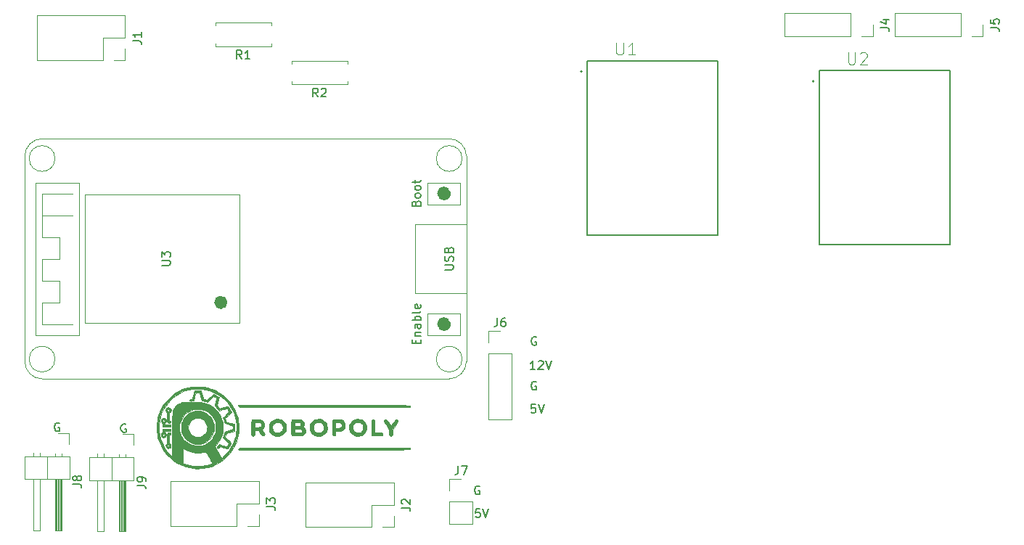
<source format=gbr>
%TF.GenerationSoftware,KiCad,Pcbnew,5.1.9-73d0e3b20d~88~ubuntu20.04.1*%
%TF.CreationDate,2021-04-09T21:37:22+02:00*%
%TF.ProjectId,RBY_tireuse,5242595f-7469-4726-9575-73652e6b6963,rev?*%
%TF.SameCoordinates,Original*%
%TF.FileFunction,Legend,Top*%
%TF.FilePolarity,Positive*%
%FSLAX46Y46*%
G04 Gerber Fmt 4.6, Leading zero omitted, Abs format (unit mm)*
G04 Created by KiCad (PCBNEW 5.1.9-73d0e3b20d~88~ubuntu20.04.1) date 2021-04-09 21:37:22*
%MOMM*%
%LPD*%
G01*
G04 APERTURE LIST*
%ADD10C,0.150000*%
%ADD11C,0.120000*%
%ADD12C,0.010000*%
%ADD13C,1.000000*%
%ADD14C,0.800000*%
%ADD15C,0.200000*%
%ADD16C,0.127000*%
%ADD17C,0.015000*%
G04 APERTURE END LIST*
D10*
X104457523Y-122007380D02*
X103981333Y-122007380D01*
X103933714Y-122483571D01*
X103981333Y-122435952D01*
X104076571Y-122388333D01*
X104314666Y-122388333D01*
X104409904Y-122435952D01*
X104457523Y-122483571D01*
X104505142Y-122578809D01*
X104505142Y-122816904D01*
X104457523Y-122912142D01*
X104409904Y-122959761D01*
X104314666Y-123007380D01*
X104076571Y-123007380D01*
X103981333Y-122959761D01*
X103933714Y-122912142D01*
X104790857Y-122007380D02*
X105124190Y-123007380D01*
X105457523Y-122007380D01*
X110934523Y-109815380D02*
X110458333Y-109815380D01*
X110410714Y-110291571D01*
X110458333Y-110243952D01*
X110553571Y-110196333D01*
X110791666Y-110196333D01*
X110886904Y-110243952D01*
X110934523Y-110291571D01*
X110982142Y-110386809D01*
X110982142Y-110624904D01*
X110934523Y-110720142D01*
X110886904Y-110767761D01*
X110791666Y-110815380D01*
X110553571Y-110815380D01*
X110458333Y-110767761D01*
X110410714Y-110720142D01*
X111267857Y-109815380D02*
X111601190Y-110815380D01*
X111934523Y-109815380D01*
X111005904Y-107196000D02*
X110910666Y-107148380D01*
X110767809Y-107148380D01*
X110624952Y-107196000D01*
X110529714Y-107291238D01*
X110482095Y-107386476D01*
X110434476Y-107576952D01*
X110434476Y-107719809D01*
X110482095Y-107910285D01*
X110529714Y-108005523D01*
X110624952Y-108100761D01*
X110767809Y-108148380D01*
X110863047Y-108148380D01*
X111005904Y-108100761D01*
X111053523Y-108053142D01*
X111053523Y-107719809D01*
X110863047Y-107719809D01*
X110886952Y-105735380D02*
X110315523Y-105735380D01*
X110601238Y-105735380D02*
X110601238Y-104735380D01*
X110506000Y-104878238D01*
X110410761Y-104973476D01*
X110315523Y-105021095D01*
X111267904Y-104830619D02*
X111315523Y-104783000D01*
X111410761Y-104735380D01*
X111648857Y-104735380D01*
X111744095Y-104783000D01*
X111791714Y-104830619D01*
X111839333Y-104925857D01*
X111839333Y-105021095D01*
X111791714Y-105163952D01*
X111220285Y-105735380D01*
X111839333Y-105735380D01*
X112125047Y-104735380D02*
X112458380Y-105735380D01*
X112791714Y-104735380D01*
X111005904Y-101989000D02*
X110910666Y-101941380D01*
X110767809Y-101941380D01*
X110624952Y-101989000D01*
X110529714Y-102084238D01*
X110482095Y-102179476D01*
X110434476Y-102369952D01*
X110434476Y-102512809D01*
X110482095Y-102703285D01*
X110529714Y-102798523D01*
X110624952Y-102893761D01*
X110767809Y-102941380D01*
X110863047Y-102941380D01*
X111005904Y-102893761D01*
X111053523Y-102846142D01*
X111053523Y-102512809D01*
X110863047Y-102512809D01*
X55379904Y-112022000D02*
X55284666Y-111974380D01*
X55141809Y-111974380D01*
X54998952Y-112022000D01*
X54903714Y-112117238D01*
X54856095Y-112212476D01*
X54808476Y-112402952D01*
X54808476Y-112545809D01*
X54856095Y-112736285D01*
X54903714Y-112831523D01*
X54998952Y-112926761D01*
X55141809Y-112974380D01*
X55237047Y-112974380D01*
X55379904Y-112926761D01*
X55427523Y-112879142D01*
X55427523Y-112545809D01*
X55237047Y-112545809D01*
X63126904Y-112149000D02*
X63031666Y-112101380D01*
X62888809Y-112101380D01*
X62745952Y-112149000D01*
X62650714Y-112244238D01*
X62603095Y-112339476D01*
X62555476Y-112529952D01*
X62555476Y-112672809D01*
X62603095Y-112863285D01*
X62650714Y-112958523D01*
X62745952Y-113053761D01*
X62888809Y-113101380D01*
X62984047Y-113101380D01*
X63126904Y-113053761D01*
X63174523Y-113006142D01*
X63174523Y-112672809D01*
X62984047Y-112672809D01*
X104401904Y-119388000D02*
X104306666Y-119340380D01*
X104163809Y-119340380D01*
X104020952Y-119388000D01*
X103925714Y-119483238D01*
X103878095Y-119578476D01*
X103830476Y-119768952D01*
X103830476Y-119911809D01*
X103878095Y-120102285D01*
X103925714Y-120197523D01*
X104020952Y-120292761D01*
X104163809Y-120340380D01*
X104259047Y-120340380D01*
X104401904Y-120292761D01*
X104449523Y-120245142D01*
X104449523Y-119911809D01*
X104259047Y-119911809D01*
D11*
%TO.C,J6*%
X105477000Y-101286000D02*
X106807000Y-101286000D01*
X105477000Y-102616000D02*
X105477000Y-101286000D01*
X105477000Y-103886000D02*
X108137000Y-103886000D01*
X108137000Y-103886000D02*
X108137000Y-111566000D01*
X105477000Y-103886000D02*
X105477000Y-111566000D01*
X105477000Y-111566000D02*
X108137000Y-111566000D01*
%TO.C,J7*%
X100905000Y-123758000D02*
X103565000Y-123758000D01*
X100905000Y-121158000D02*
X100905000Y-123758000D01*
X103565000Y-121158000D02*
X103565000Y-123758000D01*
X100905000Y-121158000D02*
X103565000Y-121158000D01*
X100905000Y-119888000D02*
X100905000Y-118558000D01*
X100905000Y-118558000D02*
X102235000Y-118558000D01*
D12*
%TO.C,REF\u002A\u002A*%
G36*
X71791642Y-107736812D02*
G01*
X71979436Y-107746766D01*
X72140813Y-107762117D01*
X72188917Y-107768761D01*
X72637046Y-107857842D01*
X73068516Y-107984771D01*
X73481505Y-108148070D01*
X73874189Y-108346260D01*
X74244746Y-108577862D01*
X74591351Y-108841399D01*
X74912182Y-109135391D01*
X75205415Y-109458361D01*
X75469227Y-109808831D01*
X75701796Y-110185321D01*
X75901297Y-110586354D01*
X76017444Y-110873143D01*
X76121041Y-111184697D01*
X76198794Y-111492128D01*
X76252462Y-111805837D01*
X76283804Y-112136223D01*
X76294579Y-112493685D01*
X76294609Y-112511417D01*
X76292655Y-112729305D01*
X76285626Y-112916805D01*
X76272136Y-113085703D01*
X76250802Y-113247783D01*
X76220236Y-113414831D01*
X76179054Y-113598630D01*
X76155524Y-113694608D01*
X76029344Y-114113272D01*
X75865611Y-114515322D01*
X75666526Y-114898675D01*
X75434286Y-115261248D01*
X75171092Y-115600962D01*
X74879144Y-115915733D01*
X74560642Y-116203481D01*
X74217784Y-116462124D01*
X73852771Y-116689579D01*
X73467802Y-116883767D01*
X73065077Y-117042604D01*
X72646796Y-117164009D01*
X72442917Y-117208036D01*
X72284834Y-117234515D01*
X72108039Y-117257522D01*
X71921905Y-117276400D01*
X71735803Y-117290491D01*
X71559106Y-117299140D01*
X71401186Y-117301688D01*
X71271415Y-117297480D01*
X71225834Y-117293340D01*
X71171651Y-117287093D01*
X71089568Y-117277717D01*
X70993752Y-117266829D01*
X70950667Y-117261950D01*
X70516769Y-117192069D01*
X70095814Y-117083098D01*
X69689878Y-116936860D01*
X69301038Y-116755179D01*
X68931368Y-116539881D01*
X68582946Y-116292789D01*
X68257846Y-116015727D01*
X67958145Y-115710519D01*
X67685919Y-115378990D01*
X67443243Y-115022964D01*
X67232194Y-114644264D01*
X67054847Y-114244716D01*
X66913279Y-113826143D01*
X66873531Y-113679289D01*
X66797432Y-113306389D01*
X66751769Y-112913873D01*
X66738373Y-112559942D01*
X66991686Y-112559942D01*
X67015825Y-112976557D01*
X67078430Y-113389320D01*
X67179153Y-113795552D01*
X67317652Y-114192577D01*
X67493580Y-114577718D01*
X67706592Y-114948297D01*
X67956345Y-115301637D01*
X68099639Y-115476532D01*
X68184519Y-115572380D01*
X68272829Y-115667404D01*
X68354972Y-115751557D01*
X68421351Y-115814791D01*
X68430200Y-115822585D01*
X68558833Y-115934022D01*
X68558852Y-115800983D01*
X69765334Y-115800983D01*
X69765334Y-116688133D01*
X69908209Y-116742576D01*
X70241353Y-116853795D01*
X70592427Y-116942123D01*
X70917724Y-116999245D01*
X71032675Y-117010869D01*
X71178306Y-117019494D01*
X71343449Y-117025025D01*
X71516933Y-117027365D01*
X71687588Y-117026420D01*
X71844245Y-117022092D01*
X71975734Y-117014288D01*
X72030722Y-117008790D01*
X72461983Y-116935683D01*
X72892500Y-116821084D01*
X72945318Y-116804133D01*
X73058576Y-116766767D01*
X73137099Y-116739347D01*
X73186473Y-116718927D01*
X73212286Y-116702561D01*
X73220124Y-116687302D01*
X73215574Y-116670204D01*
X73212177Y-116663410D01*
X73196252Y-116634796D01*
X73161762Y-116574072D01*
X73111313Y-116485784D01*
X73047512Y-116374481D01*
X72972965Y-116244711D01*
X72890279Y-116101021D01*
X72817972Y-115975551D01*
X72718430Y-115803410D01*
X72637446Y-115664726D01*
X72572780Y-115556085D01*
X72522188Y-115474076D01*
X72483428Y-115415284D01*
X72454259Y-115376295D01*
X72432438Y-115353698D01*
X72415724Y-115344078D01*
X72402946Y-115343751D01*
X72363497Y-115353139D01*
X72294530Y-115369747D01*
X72207656Y-115390774D01*
X72157167Y-115403034D01*
X72080339Y-115420492D01*
X72008524Y-115433333D01*
X71932921Y-115442260D01*
X71844729Y-115447971D01*
X71735147Y-115451169D01*
X71595374Y-115452554D01*
X71532750Y-115452750D01*
X71365841Y-115452094D01*
X71233017Y-115449049D01*
X71126073Y-115443108D01*
X71036801Y-115433761D01*
X70956995Y-115420498D01*
X70932973Y-115415529D01*
X70675751Y-115348020D01*
X70419823Y-115258302D01*
X70177379Y-115151372D01*
X69960608Y-115032229D01*
X69895498Y-114990216D01*
X69836131Y-114950991D01*
X69792113Y-114923432D01*
X69773790Y-114913834D01*
X69771987Y-114934271D01*
X69770315Y-114992664D01*
X69768816Y-115084636D01*
X69767533Y-115205809D01*
X69766505Y-115351807D01*
X69765776Y-115518252D01*
X69765388Y-115700767D01*
X69765334Y-115800983D01*
X68558852Y-115800983D01*
X68559201Y-113365469D01*
X68559231Y-112969661D01*
X68559277Y-112613828D01*
X68559291Y-112586764D01*
X69370385Y-112586764D01*
X69399392Y-112864678D01*
X69465432Y-113139906D01*
X69566684Y-113405237D01*
X69701327Y-113653464D01*
X69729627Y-113696750D01*
X69917098Y-113939124D01*
X70130773Y-114148463D01*
X70369548Y-114324081D01*
X70632320Y-114465292D01*
X70917986Y-114571410D01*
X71225442Y-114641749D01*
X71257584Y-114646825D01*
X71339319Y-114653141D01*
X71450908Y-114653538D01*
X71580402Y-114648775D01*
X71715850Y-114639611D01*
X71845303Y-114626807D01*
X71956811Y-114611122D01*
X72019584Y-114598395D01*
X72309254Y-114506006D01*
X72576978Y-114378120D01*
X72820972Y-114216464D01*
X73039454Y-114022763D01*
X73230639Y-113798745D01*
X73392745Y-113546135D01*
X73523988Y-113266661D01*
X73589785Y-113078347D01*
X73610475Y-113008013D01*
X73625467Y-112946475D01*
X73635671Y-112884696D01*
X73641995Y-112813642D01*
X73645348Y-112724279D01*
X73646639Y-112607570D01*
X73646803Y-112511417D01*
X73646383Y-112371925D01*
X73644509Y-112265701D01*
X73640263Y-112183683D01*
X73632726Y-112116807D01*
X73620979Y-112056013D01*
X73604104Y-111992237D01*
X73589072Y-111942025D01*
X73478957Y-111649304D01*
X73336891Y-111381726D01*
X73165205Y-111141170D01*
X72966230Y-110929515D01*
X72742298Y-110748638D01*
X72495737Y-110600419D01*
X72228880Y-110486735D01*
X71944057Y-110409464D01*
X71643599Y-110370486D01*
X71638584Y-110370178D01*
X71344946Y-110373100D01*
X71058039Y-110416084D01*
X70781585Y-110496963D01*
X70519308Y-110613575D01*
X70274930Y-110763752D01*
X70052173Y-110945332D01*
X69854762Y-111156148D01*
X69686419Y-111394035D01*
X69596551Y-111557667D01*
X69511884Y-111747398D01*
X69450207Y-111930832D01*
X69406769Y-112124573D01*
X69380232Y-112313374D01*
X69370385Y-112586764D01*
X68559291Y-112586764D01*
X68559453Y-112295614D01*
X68559873Y-112012661D01*
X68560651Y-111762611D01*
X68561899Y-111543108D01*
X68563733Y-111351794D01*
X68566265Y-111186311D01*
X68569610Y-111044302D01*
X68573880Y-110923410D01*
X68579191Y-110821277D01*
X68585654Y-110735546D01*
X68593385Y-110663860D01*
X68602497Y-110603861D01*
X68613104Y-110553191D01*
X68625319Y-110509494D01*
X68639256Y-110470412D01*
X68655028Y-110433587D01*
X68672751Y-110396663D01*
X68692536Y-110357281D01*
X68705565Y-110331250D01*
X68832106Y-110120094D01*
X68986211Y-109939428D01*
X69165554Y-109791183D01*
X69367805Y-109677287D01*
X69587449Y-109600480D01*
X69627500Y-109590845D01*
X69668416Y-109582807D01*
X69714298Y-109576224D01*
X69769246Y-109570951D01*
X69837362Y-109566845D01*
X69922745Y-109563762D01*
X70029498Y-109561559D01*
X70161719Y-109560092D01*
X70323510Y-109559216D01*
X70518971Y-109558790D01*
X70752204Y-109558668D01*
X70780989Y-109558667D01*
X71042666Y-109558897D01*
X71266512Y-109559839D01*
X71457032Y-109561874D01*
X71618726Y-109565382D01*
X71756098Y-109570743D01*
X71873650Y-109578338D01*
X71975884Y-109588545D01*
X72067303Y-109601746D01*
X72152408Y-109618320D01*
X72235703Y-109638648D01*
X72321690Y-109663110D01*
X72414871Y-109692085D01*
X72434033Y-109698219D01*
X72761597Y-109824932D01*
X73066595Y-109986454D01*
X73347213Y-110180694D01*
X73601637Y-110405561D01*
X73828051Y-110658965D01*
X74024640Y-110938816D01*
X74189591Y-111243024D01*
X74321088Y-111569498D01*
X74417317Y-111916148D01*
X74435211Y-112003417D01*
X74456475Y-112156519D01*
X74468759Y-112337019D01*
X74472088Y-112530951D01*
X74466488Y-112724349D01*
X74451985Y-112903246D01*
X74433338Y-113030000D01*
X74346431Y-113378089D01*
X74220993Y-113711189D01*
X74058662Y-114026089D01*
X73861080Y-114319576D01*
X73647201Y-114570409D01*
X73496768Y-114728341D01*
X74284378Y-116094373D01*
X74369064Y-116028188D01*
X74416606Y-115988180D01*
X74485526Y-115926524D01*
X74567019Y-115851253D01*
X74652277Y-115770398D01*
X74662335Y-115760710D01*
X74939528Y-115470306D01*
X75181456Y-115166403D01*
X75394518Y-114840233D01*
X75565964Y-114522250D01*
X75724102Y-114173357D01*
X75847381Y-113835377D01*
X75938027Y-113498810D01*
X75998268Y-113154155D01*
X76030329Y-112791910D01*
X76037220Y-112511417D01*
X76033659Y-112270445D01*
X76021340Y-112057117D01*
X75998582Y-111857339D01*
X75963703Y-111657017D01*
X75915022Y-111442058D01*
X75904784Y-111401198D01*
X75778550Y-110987434D01*
X75615555Y-110592380D01*
X75417866Y-110217881D01*
X75187552Y-109865780D01*
X74926679Y-109537921D01*
X74637316Y-109236147D01*
X74321529Y-108962304D01*
X73981385Y-108718233D01*
X73618953Y-108505780D01*
X73236300Y-108326789D01*
X72835493Y-108183102D01*
X72418600Y-108076564D01*
X72119397Y-108025228D01*
X71960262Y-108008698D01*
X71773663Y-107998027D01*
X71571973Y-107993220D01*
X71367564Y-107994281D01*
X71172808Y-108001217D01*
X71000077Y-108014033D01*
X70911050Y-108024705D01*
X70474562Y-108108148D01*
X70054549Y-108229782D01*
X69652849Y-108388284D01*
X69271296Y-108582329D01*
X68911728Y-108810593D01*
X68575980Y-109071753D01*
X68265890Y-109364485D01*
X67983293Y-109687465D01*
X67730025Y-110039368D01*
X67507924Y-110418872D01*
X67460028Y-110512770D01*
X67286671Y-110908493D01*
X67153503Y-111313749D01*
X67060179Y-111725860D01*
X67006355Y-112142150D01*
X66991686Y-112559942D01*
X66738373Y-112559942D01*
X66736541Y-112511547D01*
X66751749Y-112109217D01*
X66797393Y-111716691D01*
X66873472Y-111343776D01*
X66873531Y-111343545D01*
X67004930Y-110910083D01*
X67174127Y-110495526D01*
X67380590Y-110100827D01*
X67623789Y-109726939D01*
X67903195Y-109374813D01*
X68072000Y-109190879D01*
X68354480Y-108918635D01*
X68645730Y-108680160D01*
X68955417Y-108468431D01*
X69293210Y-108276424D01*
X69416084Y-108214434D01*
X69747650Y-108065365D01*
X70076531Y-107946026D01*
X70415690Y-107852396D01*
X70778094Y-107780456D01*
X70855417Y-107768178D01*
X71004295Y-107751070D01*
X71183757Y-107739384D01*
X71382402Y-107733116D01*
X71588830Y-107732260D01*
X71791642Y-107736812D01*
G37*
X71791642Y-107736812D02*
X71979436Y-107746766D01*
X72140813Y-107762117D01*
X72188917Y-107768761D01*
X72637046Y-107857842D01*
X73068516Y-107984771D01*
X73481505Y-108148070D01*
X73874189Y-108346260D01*
X74244746Y-108577862D01*
X74591351Y-108841399D01*
X74912182Y-109135391D01*
X75205415Y-109458361D01*
X75469227Y-109808831D01*
X75701796Y-110185321D01*
X75901297Y-110586354D01*
X76017444Y-110873143D01*
X76121041Y-111184697D01*
X76198794Y-111492128D01*
X76252462Y-111805837D01*
X76283804Y-112136223D01*
X76294579Y-112493685D01*
X76294609Y-112511417D01*
X76292655Y-112729305D01*
X76285626Y-112916805D01*
X76272136Y-113085703D01*
X76250802Y-113247783D01*
X76220236Y-113414831D01*
X76179054Y-113598630D01*
X76155524Y-113694608D01*
X76029344Y-114113272D01*
X75865611Y-114515322D01*
X75666526Y-114898675D01*
X75434286Y-115261248D01*
X75171092Y-115600962D01*
X74879144Y-115915733D01*
X74560642Y-116203481D01*
X74217784Y-116462124D01*
X73852771Y-116689579D01*
X73467802Y-116883767D01*
X73065077Y-117042604D01*
X72646796Y-117164009D01*
X72442917Y-117208036D01*
X72284834Y-117234515D01*
X72108039Y-117257522D01*
X71921905Y-117276400D01*
X71735803Y-117290491D01*
X71559106Y-117299140D01*
X71401186Y-117301688D01*
X71271415Y-117297480D01*
X71225834Y-117293340D01*
X71171651Y-117287093D01*
X71089568Y-117277717D01*
X70993752Y-117266829D01*
X70950667Y-117261950D01*
X70516769Y-117192069D01*
X70095814Y-117083098D01*
X69689878Y-116936860D01*
X69301038Y-116755179D01*
X68931368Y-116539881D01*
X68582946Y-116292789D01*
X68257846Y-116015727D01*
X67958145Y-115710519D01*
X67685919Y-115378990D01*
X67443243Y-115022964D01*
X67232194Y-114644264D01*
X67054847Y-114244716D01*
X66913279Y-113826143D01*
X66873531Y-113679289D01*
X66797432Y-113306389D01*
X66751769Y-112913873D01*
X66738373Y-112559942D01*
X66991686Y-112559942D01*
X67015825Y-112976557D01*
X67078430Y-113389320D01*
X67179153Y-113795552D01*
X67317652Y-114192577D01*
X67493580Y-114577718D01*
X67706592Y-114948297D01*
X67956345Y-115301637D01*
X68099639Y-115476532D01*
X68184519Y-115572380D01*
X68272829Y-115667404D01*
X68354972Y-115751557D01*
X68421351Y-115814791D01*
X68430200Y-115822585D01*
X68558833Y-115934022D01*
X68558852Y-115800983D01*
X69765334Y-115800983D01*
X69765334Y-116688133D01*
X69908209Y-116742576D01*
X70241353Y-116853795D01*
X70592427Y-116942123D01*
X70917724Y-116999245D01*
X71032675Y-117010869D01*
X71178306Y-117019494D01*
X71343449Y-117025025D01*
X71516933Y-117027365D01*
X71687588Y-117026420D01*
X71844245Y-117022092D01*
X71975734Y-117014288D01*
X72030722Y-117008790D01*
X72461983Y-116935683D01*
X72892500Y-116821084D01*
X72945318Y-116804133D01*
X73058576Y-116766767D01*
X73137099Y-116739347D01*
X73186473Y-116718927D01*
X73212286Y-116702561D01*
X73220124Y-116687302D01*
X73215574Y-116670204D01*
X73212177Y-116663410D01*
X73196252Y-116634796D01*
X73161762Y-116574072D01*
X73111313Y-116485784D01*
X73047512Y-116374481D01*
X72972965Y-116244711D01*
X72890279Y-116101021D01*
X72817972Y-115975551D01*
X72718430Y-115803410D01*
X72637446Y-115664726D01*
X72572780Y-115556085D01*
X72522188Y-115474076D01*
X72483428Y-115415284D01*
X72454259Y-115376295D01*
X72432438Y-115353698D01*
X72415724Y-115344078D01*
X72402946Y-115343751D01*
X72363497Y-115353139D01*
X72294530Y-115369747D01*
X72207656Y-115390774D01*
X72157167Y-115403034D01*
X72080339Y-115420492D01*
X72008524Y-115433333D01*
X71932921Y-115442260D01*
X71844729Y-115447971D01*
X71735147Y-115451169D01*
X71595374Y-115452554D01*
X71532750Y-115452750D01*
X71365841Y-115452094D01*
X71233017Y-115449049D01*
X71126073Y-115443108D01*
X71036801Y-115433761D01*
X70956995Y-115420498D01*
X70932973Y-115415529D01*
X70675751Y-115348020D01*
X70419823Y-115258302D01*
X70177379Y-115151372D01*
X69960608Y-115032229D01*
X69895498Y-114990216D01*
X69836131Y-114950991D01*
X69792113Y-114923432D01*
X69773790Y-114913834D01*
X69771987Y-114934271D01*
X69770315Y-114992664D01*
X69768816Y-115084636D01*
X69767533Y-115205809D01*
X69766505Y-115351807D01*
X69765776Y-115518252D01*
X69765388Y-115700767D01*
X69765334Y-115800983D01*
X68558852Y-115800983D01*
X68559201Y-113365469D01*
X68559231Y-112969661D01*
X68559277Y-112613828D01*
X68559291Y-112586764D01*
X69370385Y-112586764D01*
X69399392Y-112864678D01*
X69465432Y-113139906D01*
X69566684Y-113405237D01*
X69701327Y-113653464D01*
X69729627Y-113696750D01*
X69917098Y-113939124D01*
X70130773Y-114148463D01*
X70369548Y-114324081D01*
X70632320Y-114465292D01*
X70917986Y-114571410D01*
X71225442Y-114641749D01*
X71257584Y-114646825D01*
X71339319Y-114653141D01*
X71450908Y-114653538D01*
X71580402Y-114648775D01*
X71715850Y-114639611D01*
X71845303Y-114626807D01*
X71956811Y-114611122D01*
X72019584Y-114598395D01*
X72309254Y-114506006D01*
X72576978Y-114378120D01*
X72820972Y-114216464D01*
X73039454Y-114022763D01*
X73230639Y-113798745D01*
X73392745Y-113546135D01*
X73523988Y-113266661D01*
X73589785Y-113078347D01*
X73610475Y-113008013D01*
X73625467Y-112946475D01*
X73635671Y-112884696D01*
X73641995Y-112813642D01*
X73645348Y-112724279D01*
X73646639Y-112607570D01*
X73646803Y-112511417D01*
X73646383Y-112371925D01*
X73644509Y-112265701D01*
X73640263Y-112183683D01*
X73632726Y-112116807D01*
X73620979Y-112056013D01*
X73604104Y-111992237D01*
X73589072Y-111942025D01*
X73478957Y-111649304D01*
X73336891Y-111381726D01*
X73165205Y-111141170D01*
X72966230Y-110929515D01*
X72742298Y-110748638D01*
X72495737Y-110600419D01*
X72228880Y-110486735D01*
X71944057Y-110409464D01*
X71643599Y-110370486D01*
X71638584Y-110370178D01*
X71344946Y-110373100D01*
X71058039Y-110416084D01*
X70781585Y-110496963D01*
X70519308Y-110613575D01*
X70274930Y-110763752D01*
X70052173Y-110945332D01*
X69854762Y-111156148D01*
X69686419Y-111394035D01*
X69596551Y-111557667D01*
X69511884Y-111747398D01*
X69450207Y-111930832D01*
X69406769Y-112124573D01*
X69380232Y-112313374D01*
X69370385Y-112586764D01*
X68559291Y-112586764D01*
X68559453Y-112295614D01*
X68559873Y-112012661D01*
X68560651Y-111762611D01*
X68561899Y-111543108D01*
X68563733Y-111351794D01*
X68566265Y-111186311D01*
X68569610Y-111044302D01*
X68573880Y-110923410D01*
X68579191Y-110821277D01*
X68585654Y-110735546D01*
X68593385Y-110663860D01*
X68602497Y-110603861D01*
X68613104Y-110553191D01*
X68625319Y-110509494D01*
X68639256Y-110470412D01*
X68655028Y-110433587D01*
X68672751Y-110396663D01*
X68692536Y-110357281D01*
X68705565Y-110331250D01*
X68832106Y-110120094D01*
X68986211Y-109939428D01*
X69165554Y-109791183D01*
X69367805Y-109677287D01*
X69587449Y-109600480D01*
X69627500Y-109590845D01*
X69668416Y-109582807D01*
X69714298Y-109576224D01*
X69769246Y-109570951D01*
X69837362Y-109566845D01*
X69922745Y-109563762D01*
X70029498Y-109561559D01*
X70161719Y-109560092D01*
X70323510Y-109559216D01*
X70518971Y-109558790D01*
X70752204Y-109558668D01*
X70780989Y-109558667D01*
X71042666Y-109558897D01*
X71266512Y-109559839D01*
X71457032Y-109561874D01*
X71618726Y-109565382D01*
X71756098Y-109570743D01*
X71873650Y-109578338D01*
X71975884Y-109588545D01*
X72067303Y-109601746D01*
X72152408Y-109618320D01*
X72235703Y-109638648D01*
X72321690Y-109663110D01*
X72414871Y-109692085D01*
X72434033Y-109698219D01*
X72761597Y-109824932D01*
X73066595Y-109986454D01*
X73347213Y-110180694D01*
X73601637Y-110405561D01*
X73828051Y-110658965D01*
X74024640Y-110938816D01*
X74189591Y-111243024D01*
X74321088Y-111569498D01*
X74417317Y-111916148D01*
X74435211Y-112003417D01*
X74456475Y-112156519D01*
X74468759Y-112337019D01*
X74472088Y-112530951D01*
X74466488Y-112724349D01*
X74451985Y-112903246D01*
X74433338Y-113030000D01*
X74346431Y-113378089D01*
X74220993Y-113711189D01*
X74058662Y-114026089D01*
X73861080Y-114319576D01*
X73647201Y-114570409D01*
X73496768Y-114728341D01*
X74284378Y-116094373D01*
X74369064Y-116028188D01*
X74416606Y-115988180D01*
X74485526Y-115926524D01*
X74567019Y-115851253D01*
X74652277Y-115770398D01*
X74662335Y-115760710D01*
X74939528Y-115470306D01*
X75181456Y-115166403D01*
X75394518Y-114840233D01*
X75565964Y-114522250D01*
X75724102Y-114173357D01*
X75847381Y-113835377D01*
X75938027Y-113498810D01*
X75998268Y-113154155D01*
X76030329Y-112791910D01*
X76037220Y-112511417D01*
X76033659Y-112270445D01*
X76021340Y-112057117D01*
X75998582Y-111857339D01*
X75963703Y-111657017D01*
X75915022Y-111442058D01*
X75904784Y-111401198D01*
X75778550Y-110987434D01*
X75615555Y-110592380D01*
X75417866Y-110217881D01*
X75187552Y-109865780D01*
X74926679Y-109537921D01*
X74637316Y-109236147D01*
X74321529Y-108962304D01*
X73981385Y-108718233D01*
X73618953Y-108505780D01*
X73236300Y-108326789D01*
X72835493Y-108183102D01*
X72418600Y-108076564D01*
X72119397Y-108025228D01*
X71960262Y-108008698D01*
X71773663Y-107998027D01*
X71571973Y-107993220D01*
X71367564Y-107994281D01*
X71172808Y-108001217D01*
X71000077Y-108014033D01*
X70911050Y-108024705D01*
X70474562Y-108108148D01*
X70054549Y-108229782D01*
X69652849Y-108388284D01*
X69271296Y-108582329D01*
X68911728Y-108810593D01*
X68575980Y-109071753D01*
X68265890Y-109364485D01*
X67983293Y-109687465D01*
X67730025Y-110039368D01*
X67507924Y-110418872D01*
X67460028Y-110512770D01*
X67286671Y-110908493D01*
X67153503Y-111313749D01*
X67060179Y-111725860D01*
X67006355Y-112142150D01*
X66991686Y-112559942D01*
X66738373Y-112559942D01*
X66736541Y-112511547D01*
X66751749Y-112109217D01*
X66797393Y-111716691D01*
X66873472Y-111343776D01*
X66873531Y-111343545D01*
X67004930Y-110910083D01*
X67174127Y-110495526D01*
X67380590Y-110100827D01*
X67623789Y-109726939D01*
X67903195Y-109374813D01*
X68072000Y-109190879D01*
X68354480Y-108918635D01*
X68645730Y-108680160D01*
X68955417Y-108468431D01*
X69293210Y-108276424D01*
X69416084Y-108214434D01*
X69747650Y-108065365D01*
X70076531Y-107946026D01*
X70415690Y-107852396D01*
X70778094Y-107780456D01*
X70855417Y-107768178D01*
X71004295Y-107751070D01*
X71183757Y-107739384D01*
X71382402Y-107733116D01*
X71588830Y-107732260D01*
X71791642Y-107736812D01*
G36*
X96275383Y-114897377D02*
G01*
X96305433Y-114964658D01*
X96294389Y-115025171D01*
X96266000Y-115062000D01*
X96262466Y-115065286D01*
X96257862Y-115068398D01*
X96251057Y-115071339D01*
X96240922Y-115074116D01*
X96226327Y-115076732D01*
X96206142Y-115079193D01*
X96179238Y-115081503D01*
X96144485Y-115083667D01*
X96100752Y-115085690D01*
X96046911Y-115087576D01*
X95981831Y-115089330D01*
X95904383Y-115090958D01*
X95813436Y-115092463D01*
X95707862Y-115093851D01*
X95586530Y-115095127D01*
X95448311Y-115096294D01*
X95292074Y-115097358D01*
X95116690Y-115098324D01*
X94921030Y-115099197D01*
X94703963Y-115099980D01*
X94464360Y-115100680D01*
X94201091Y-115101300D01*
X93913026Y-115101846D01*
X93599036Y-115102322D01*
X93257990Y-115102733D01*
X92888759Y-115103084D01*
X92490213Y-115103379D01*
X92061223Y-115103624D01*
X91600658Y-115103823D01*
X91107389Y-115103981D01*
X90580286Y-115104102D01*
X90018219Y-115104192D01*
X89420059Y-115104255D01*
X88784675Y-115104296D01*
X88110939Y-115104319D01*
X87397719Y-115104330D01*
X86643887Y-115104333D01*
X86233000Y-115104334D01*
X85584880Y-115104312D01*
X84947472Y-115104250D01*
X84322080Y-115104147D01*
X83710008Y-115104005D01*
X83112562Y-115103825D01*
X82531044Y-115103610D01*
X81966760Y-115103359D01*
X81421014Y-115103075D01*
X80895111Y-115102758D01*
X80390354Y-115102411D01*
X79908048Y-115102034D01*
X79449498Y-115101628D01*
X79016008Y-115101196D01*
X78608881Y-115100737D01*
X78229424Y-115100255D01*
X77878939Y-115099749D01*
X77558731Y-115099222D01*
X77270106Y-115098674D01*
X77014366Y-115098107D01*
X76792816Y-115097523D01*
X76606762Y-115096922D01*
X76457506Y-115096305D01*
X76346354Y-115095675D01*
X76274610Y-115095033D01*
X76243578Y-115094379D01*
X76242334Y-115094219D01*
X76250942Y-115071352D01*
X76273334Y-115022033D01*
X76299660Y-114967219D01*
X76356986Y-114850334D01*
X96242433Y-114850334D01*
X96275383Y-114897377D01*
G37*
X96275383Y-114897377D02*
X96305433Y-114964658D01*
X96294389Y-115025171D01*
X96266000Y-115062000D01*
X96262466Y-115065286D01*
X96257862Y-115068398D01*
X96251057Y-115071339D01*
X96240922Y-115074116D01*
X96226327Y-115076732D01*
X96206142Y-115079193D01*
X96179238Y-115081503D01*
X96144485Y-115083667D01*
X96100752Y-115085690D01*
X96046911Y-115087576D01*
X95981831Y-115089330D01*
X95904383Y-115090958D01*
X95813436Y-115092463D01*
X95707862Y-115093851D01*
X95586530Y-115095127D01*
X95448311Y-115096294D01*
X95292074Y-115097358D01*
X95116690Y-115098324D01*
X94921030Y-115099197D01*
X94703963Y-115099980D01*
X94464360Y-115100680D01*
X94201091Y-115101300D01*
X93913026Y-115101846D01*
X93599036Y-115102322D01*
X93257990Y-115102733D01*
X92888759Y-115103084D01*
X92490213Y-115103379D01*
X92061223Y-115103624D01*
X91600658Y-115103823D01*
X91107389Y-115103981D01*
X90580286Y-115104102D01*
X90018219Y-115104192D01*
X89420059Y-115104255D01*
X88784675Y-115104296D01*
X88110939Y-115104319D01*
X87397719Y-115104330D01*
X86643887Y-115104333D01*
X86233000Y-115104334D01*
X85584880Y-115104312D01*
X84947472Y-115104250D01*
X84322080Y-115104147D01*
X83710008Y-115104005D01*
X83112562Y-115103825D01*
X82531044Y-115103610D01*
X81966760Y-115103359D01*
X81421014Y-115103075D01*
X80895111Y-115102758D01*
X80390354Y-115102411D01*
X79908048Y-115102034D01*
X79449498Y-115101628D01*
X79016008Y-115101196D01*
X78608881Y-115100737D01*
X78229424Y-115100255D01*
X77878939Y-115099749D01*
X77558731Y-115099222D01*
X77270106Y-115098674D01*
X77014366Y-115098107D01*
X76792816Y-115097523D01*
X76606762Y-115096922D01*
X76457506Y-115096305D01*
X76346354Y-115095675D01*
X76274610Y-115095033D01*
X76243578Y-115094379D01*
X76242334Y-115094219D01*
X76250942Y-115071352D01*
X76273334Y-115022033D01*
X76299660Y-114967219D01*
X76356986Y-114850334D01*
X96242433Y-114850334D01*
X96275383Y-114897377D01*
G36*
X81051478Y-111543154D02*
G01*
X81229692Y-111596361D01*
X81398616Y-111682388D01*
X81553335Y-111802227D01*
X81587491Y-111835805D01*
X81696213Y-111976875D01*
X81775474Y-112141552D01*
X81824508Y-112322320D01*
X81842548Y-112511663D01*
X81828829Y-112702064D01*
X81782585Y-112886007D01*
X81710548Y-113043254D01*
X81649427Y-113127987D01*
X81564195Y-113219503D01*
X81468309Y-113305081D01*
X81375230Y-113371997D01*
X81344456Y-113389346D01*
X81171878Y-113457090D01*
X80979982Y-113497709D01*
X80783638Y-113509046D01*
X80623834Y-113493955D01*
X80462500Y-113447700D01*
X80303145Y-113369737D01*
X80156832Y-113267330D01*
X80034625Y-113147742D01*
X79976164Y-113068708D01*
X79902954Y-112918236D01*
X79855271Y-112744245D01*
X79834307Y-112557855D01*
X79837705Y-112465994D01*
X80215755Y-112465994D01*
X80220596Y-112618870D01*
X80256815Y-112764599D01*
X80314125Y-112877222D01*
X80418856Y-112997570D01*
X80545918Y-113083293D01*
X80691709Y-113133230D01*
X80852631Y-113146218D01*
X81025082Y-113121096D01*
X81049546Y-113114582D01*
X81177130Y-113058052D01*
X81284596Y-112969814D01*
X81369248Y-112856742D01*
X81428389Y-112725711D01*
X81459325Y-112583595D01*
X81459360Y-112437267D01*
X81425799Y-112293603D01*
X81397193Y-112228056D01*
X81310621Y-112101013D01*
X81200294Y-112003915D01*
X81072629Y-111937014D01*
X80934041Y-111900561D01*
X80790949Y-111894807D01*
X80649770Y-111920005D01*
X80516919Y-111976405D01*
X80398815Y-112064259D01*
X80301875Y-112183819D01*
X80301078Y-112185104D01*
X80242509Y-112317546D01*
X80215755Y-112465994D01*
X79837705Y-112465994D01*
X79841251Y-112370183D01*
X79877292Y-112192348D01*
X79881091Y-112180063D01*
X79956693Y-112006400D01*
X80062324Y-111857625D01*
X80193069Y-111734729D01*
X80344012Y-111638705D01*
X80510240Y-111570544D01*
X80686837Y-111531238D01*
X80868888Y-111521777D01*
X81051478Y-111543154D01*
G37*
X81051478Y-111543154D02*
X81229692Y-111596361D01*
X81398616Y-111682388D01*
X81553335Y-111802227D01*
X81587491Y-111835805D01*
X81696213Y-111976875D01*
X81775474Y-112141552D01*
X81824508Y-112322320D01*
X81842548Y-112511663D01*
X81828829Y-112702064D01*
X81782585Y-112886007D01*
X81710548Y-113043254D01*
X81649427Y-113127987D01*
X81564195Y-113219503D01*
X81468309Y-113305081D01*
X81375230Y-113371997D01*
X81344456Y-113389346D01*
X81171878Y-113457090D01*
X80979982Y-113497709D01*
X80783638Y-113509046D01*
X80623834Y-113493955D01*
X80462500Y-113447700D01*
X80303145Y-113369737D01*
X80156832Y-113267330D01*
X80034625Y-113147742D01*
X79976164Y-113068708D01*
X79902954Y-112918236D01*
X79855271Y-112744245D01*
X79834307Y-112557855D01*
X79837705Y-112465994D01*
X80215755Y-112465994D01*
X80220596Y-112618870D01*
X80256815Y-112764599D01*
X80314125Y-112877222D01*
X80418856Y-112997570D01*
X80545918Y-113083293D01*
X80691709Y-113133230D01*
X80852631Y-113146218D01*
X81025082Y-113121096D01*
X81049546Y-113114582D01*
X81177130Y-113058052D01*
X81284596Y-112969814D01*
X81369248Y-112856742D01*
X81428389Y-112725711D01*
X81459325Y-112583595D01*
X81459360Y-112437267D01*
X81425799Y-112293603D01*
X81397193Y-112228056D01*
X81310621Y-112101013D01*
X81200294Y-112003915D01*
X81072629Y-111937014D01*
X80934041Y-111900561D01*
X80790949Y-111894807D01*
X80649770Y-111920005D01*
X80516919Y-111976405D01*
X80398815Y-112064259D01*
X80301875Y-112183819D01*
X80301078Y-112185104D01*
X80242509Y-112317546D01*
X80215755Y-112465994D01*
X79837705Y-112465994D01*
X79841251Y-112370183D01*
X79877292Y-112192348D01*
X79881091Y-112180063D01*
X79956693Y-112006400D01*
X80062324Y-111857625D01*
X80193069Y-111734729D01*
X80344012Y-111638705D01*
X80510240Y-111570544D01*
X80686837Y-111531238D01*
X80868888Y-111521777D01*
X81051478Y-111543154D01*
G36*
X85788678Y-111533834D02*
G01*
X85978846Y-111582751D01*
X86157036Y-111668077D01*
X86172709Y-111677850D01*
X86327544Y-111800480D01*
X86451054Y-111949079D01*
X86541819Y-112119652D01*
X86598420Y-112308203D01*
X86619435Y-112510739D01*
X86603446Y-112723264D01*
X86581898Y-112828917D01*
X86536456Y-112948738D01*
X86461737Y-113074898D01*
X86366862Y-113195915D01*
X86260952Y-113300303D01*
X86153128Y-113376580D01*
X86142328Y-113382356D01*
X85977048Y-113448677D01*
X85790954Y-113491306D01*
X85599815Y-113507849D01*
X85419402Y-113495910D01*
X85407500Y-113493931D01*
X85286906Y-113461466D01*
X85155191Y-113407454D01*
X85028833Y-113339897D01*
X84924312Y-113266795D01*
X84905047Y-113249996D01*
X84783082Y-113110404D01*
X84692892Y-112949127D01*
X84634556Y-112772540D01*
X84608150Y-112587018D01*
X84611317Y-112480697D01*
X84995403Y-112480697D01*
X85000461Y-112607339D01*
X85021478Y-112723802D01*
X85043687Y-112786584D01*
X85127898Y-112923867D01*
X85237225Y-113029823D01*
X85366570Y-113102776D01*
X85510834Y-113141052D01*
X85664920Y-113142974D01*
X85823730Y-113106869D01*
X85909455Y-113071069D01*
X86043357Y-112985136D01*
X86142739Y-112874739D01*
X86207636Y-112739818D01*
X86238084Y-112580308D01*
X86240548Y-112499799D01*
X86219201Y-112337665D01*
X86160716Y-112194941D01*
X86066767Y-112074283D01*
X85939026Y-111978345D01*
X85898177Y-111956640D01*
X85826447Y-111924934D01*
X85761681Y-111907112D01*
X85686214Y-111899643D01*
X85608584Y-111898731D01*
X85510744Y-111902136D01*
X85438245Y-111913069D01*
X85374294Y-111934966D01*
X85332074Y-111955295D01*
X85219332Y-112030947D01*
X85119335Y-112130213D01*
X85045262Y-112239502D01*
X85034330Y-112262237D01*
X85006596Y-112360216D01*
X84995403Y-112480697D01*
X84611317Y-112480697D01*
X84613753Y-112398936D01*
X84651441Y-112214669D01*
X84721293Y-112040591D01*
X84823387Y-111883079D01*
X84887536Y-111811536D01*
X85039294Y-111688630D01*
X85211841Y-111598725D01*
X85398622Y-111542503D01*
X85593086Y-111520646D01*
X85788678Y-111533834D01*
G37*
X85788678Y-111533834D02*
X85978846Y-111582751D01*
X86157036Y-111668077D01*
X86172709Y-111677850D01*
X86327544Y-111800480D01*
X86451054Y-111949079D01*
X86541819Y-112119652D01*
X86598420Y-112308203D01*
X86619435Y-112510739D01*
X86603446Y-112723264D01*
X86581898Y-112828917D01*
X86536456Y-112948738D01*
X86461737Y-113074898D01*
X86366862Y-113195915D01*
X86260952Y-113300303D01*
X86153128Y-113376580D01*
X86142328Y-113382356D01*
X85977048Y-113448677D01*
X85790954Y-113491306D01*
X85599815Y-113507849D01*
X85419402Y-113495910D01*
X85407500Y-113493931D01*
X85286906Y-113461466D01*
X85155191Y-113407454D01*
X85028833Y-113339897D01*
X84924312Y-113266795D01*
X84905047Y-113249996D01*
X84783082Y-113110404D01*
X84692892Y-112949127D01*
X84634556Y-112772540D01*
X84608150Y-112587018D01*
X84611317Y-112480697D01*
X84995403Y-112480697D01*
X85000461Y-112607339D01*
X85021478Y-112723802D01*
X85043687Y-112786584D01*
X85127898Y-112923867D01*
X85237225Y-113029823D01*
X85366570Y-113102776D01*
X85510834Y-113141052D01*
X85664920Y-113142974D01*
X85823730Y-113106869D01*
X85909455Y-113071069D01*
X86043357Y-112985136D01*
X86142739Y-112874739D01*
X86207636Y-112739818D01*
X86238084Y-112580308D01*
X86240548Y-112499799D01*
X86219201Y-112337665D01*
X86160716Y-112194941D01*
X86066767Y-112074283D01*
X85939026Y-111978345D01*
X85898177Y-111956640D01*
X85826447Y-111924934D01*
X85761681Y-111907112D01*
X85686214Y-111899643D01*
X85608584Y-111898731D01*
X85510744Y-111902136D01*
X85438245Y-111913069D01*
X85374294Y-111934966D01*
X85332074Y-111955295D01*
X85219332Y-112030947D01*
X85119335Y-112130213D01*
X85045262Y-112239502D01*
X85034330Y-112262237D01*
X85006596Y-112360216D01*
X84995403Y-112480697D01*
X84611317Y-112480697D01*
X84613753Y-112398936D01*
X84651441Y-112214669D01*
X84721293Y-112040591D01*
X84823387Y-111883079D01*
X84887536Y-111811536D01*
X85039294Y-111688630D01*
X85211841Y-111598725D01*
X85398622Y-111542503D01*
X85593086Y-111520646D01*
X85788678Y-111533834D01*
G36*
X90426619Y-111542204D02*
G01*
X90617348Y-111601620D01*
X90790456Y-111696195D01*
X90941293Y-111822986D01*
X91065211Y-111979055D01*
X91128713Y-112093940D01*
X91160048Y-112165055D01*
X91180529Y-112227336D01*
X91192966Y-112294548D01*
X91200167Y-112380458D01*
X91203673Y-112461208D01*
X91195850Y-112681512D01*
X91155265Y-112875673D01*
X91081201Y-113045213D01*
X90972937Y-113191657D01*
X90829754Y-113316528D01*
X90785796Y-113346241D01*
X90627047Y-113426074D01*
X90445365Y-113480313D01*
X90253194Y-113506617D01*
X90062976Y-113502645D01*
X90000667Y-113493931D01*
X89858153Y-113454988D01*
X89711505Y-113390526D01*
X89576408Y-113308644D01*
X89472111Y-113221128D01*
X89352898Y-113069386D01*
X89267414Y-112896992D01*
X89216461Y-112709903D01*
X89204914Y-112565128D01*
X89583359Y-112565128D01*
X89607436Y-112706309D01*
X89662933Y-112839216D01*
X89750144Y-112957539D01*
X89869364Y-113054970D01*
X89872620Y-113057000D01*
X90016280Y-113121984D01*
X90169977Y-113147012D01*
X90329496Y-113131988D01*
X90490618Y-113076816D01*
X90502182Y-113071285D01*
X90634666Y-112987740D01*
X90731954Y-112882495D01*
X90795272Y-112753471D01*
X90825851Y-112598594D01*
X90829261Y-112518247D01*
X90812450Y-112350371D01*
X90761186Y-112206971D01*
X90675045Y-112087345D01*
X90553605Y-111990791D01*
X90491344Y-111956640D01*
X90419614Y-111924934D01*
X90354847Y-111907112D01*
X90279380Y-111899643D01*
X90201750Y-111898731D01*
X90104164Y-111902104D01*
X90031836Y-111912972D01*
X89967883Y-111934813D01*
X89923973Y-111955937D01*
X89795364Y-112043849D01*
X89696704Y-112155034D01*
X89628287Y-112283182D01*
X89590407Y-112421983D01*
X89583359Y-112565128D01*
X89204914Y-112565128D01*
X89200842Y-112514075D01*
X89221359Y-112315464D01*
X89278814Y-112120026D01*
X89313273Y-112042118D01*
X89413817Y-111883256D01*
X89545433Y-111749852D01*
X89703545Y-111644527D01*
X89883578Y-111569903D01*
X90080958Y-111528601D01*
X90222917Y-111520887D01*
X90426619Y-111542204D01*
G37*
X90426619Y-111542204D02*
X90617348Y-111601620D01*
X90790456Y-111696195D01*
X90941293Y-111822986D01*
X91065211Y-111979055D01*
X91128713Y-112093940D01*
X91160048Y-112165055D01*
X91180529Y-112227336D01*
X91192966Y-112294548D01*
X91200167Y-112380458D01*
X91203673Y-112461208D01*
X91195850Y-112681512D01*
X91155265Y-112875673D01*
X91081201Y-113045213D01*
X90972937Y-113191657D01*
X90829754Y-113316528D01*
X90785796Y-113346241D01*
X90627047Y-113426074D01*
X90445365Y-113480313D01*
X90253194Y-113506617D01*
X90062976Y-113502645D01*
X90000667Y-113493931D01*
X89858153Y-113454988D01*
X89711505Y-113390526D01*
X89576408Y-113308644D01*
X89472111Y-113221128D01*
X89352898Y-113069386D01*
X89267414Y-112896992D01*
X89216461Y-112709903D01*
X89204914Y-112565128D01*
X89583359Y-112565128D01*
X89607436Y-112706309D01*
X89662933Y-112839216D01*
X89750144Y-112957539D01*
X89869364Y-113054970D01*
X89872620Y-113057000D01*
X90016280Y-113121984D01*
X90169977Y-113147012D01*
X90329496Y-113131988D01*
X90490618Y-113076816D01*
X90502182Y-113071285D01*
X90634666Y-112987740D01*
X90731954Y-112882495D01*
X90795272Y-112753471D01*
X90825851Y-112598594D01*
X90829261Y-112518247D01*
X90812450Y-112350371D01*
X90761186Y-112206971D01*
X90675045Y-112087345D01*
X90553605Y-111990791D01*
X90491344Y-111956640D01*
X90419614Y-111924934D01*
X90354847Y-111907112D01*
X90279380Y-111899643D01*
X90201750Y-111898731D01*
X90104164Y-111902104D01*
X90031836Y-111912972D01*
X89967883Y-111934813D01*
X89923973Y-111955937D01*
X89795364Y-112043849D01*
X89696704Y-112155034D01*
X89628287Y-112283182D01*
X89590407Y-112421983D01*
X89583359Y-112565128D01*
X89204914Y-112565128D01*
X89200842Y-112514075D01*
X89221359Y-112315464D01*
X89278814Y-112120026D01*
X89313273Y-112042118D01*
X89413817Y-111883256D01*
X89545433Y-111749852D01*
X89703545Y-111644527D01*
X89883578Y-111569903D01*
X90080958Y-111528601D01*
X90222917Y-111520887D01*
X90426619Y-111542204D01*
G36*
X78520191Y-111591374D02*
G01*
X78658507Y-111594215D01*
X78766902Y-111600268D01*
X78851579Y-111610609D01*
X78918735Y-111626318D01*
X78974573Y-111648471D01*
X79025292Y-111678147D01*
X79077092Y-111716422D01*
X79079316Y-111718181D01*
X79139007Y-111779318D01*
X79198014Y-111862799D01*
X79225570Y-111912326D01*
X79276892Y-112057581D01*
X79294041Y-112212022D01*
X79276710Y-112363722D01*
X79240090Y-112470261D01*
X79204782Y-112529513D01*
X79154327Y-112594634D01*
X79097626Y-112656243D01*
X79043577Y-112704960D01*
X79001079Y-112731405D01*
X78990190Y-112733667D01*
X78974226Y-112742033D01*
X78980789Y-112769292D01*
X79011759Y-112818684D01*
X79069017Y-112893450D01*
X79116814Y-112951887D01*
X79198564Y-113051180D01*
X79256692Y-113124907D01*
X79295175Y-113179599D01*
X79317993Y-113221786D01*
X79329124Y-113258000D01*
X79332547Y-113294772D01*
X79332667Y-113306187D01*
X79314410Y-113386660D01*
X79265784Y-113446346D01*
X79196008Y-113479461D01*
X79114299Y-113480217D01*
X79074929Y-113467973D01*
X79041420Y-113447576D01*
X79001494Y-113409876D01*
X78951361Y-113350322D01*
X78887226Y-113264361D01*
X78805300Y-113147441D01*
X78792917Y-113129397D01*
X78581250Y-112820380D01*
X78168500Y-112818334D01*
X78168500Y-113073385D01*
X78165971Y-113209163D01*
X78157005Y-113309209D01*
X78139530Y-113379899D01*
X78111477Y-113427607D01*
X78070775Y-113458710D01*
X78038985Y-113472205D01*
X77993147Y-113487347D01*
X77970084Y-113493340D01*
X77969550Y-113493211D01*
X77950234Y-113486968D01*
X77925084Y-113480515D01*
X77878580Y-113458791D01*
X77835125Y-113426364D01*
X77787500Y-113382454D01*
X77787500Y-112528894D01*
X77787569Y-112316235D01*
X77787904Y-112141866D01*
X77788695Y-112001744D01*
X77789642Y-111929334D01*
X78168500Y-111929334D01*
X78168500Y-112482790D01*
X78475070Y-112475937D01*
X78781639Y-112469084D01*
X78848405Y-112402258D01*
X78903731Y-112319048D01*
X78928728Y-112218779D01*
X78921225Y-112116002D01*
X78899701Y-112058171D01*
X78867865Y-112010584D01*
X78824584Y-111975865D01*
X78763454Y-111952201D01*
X78678071Y-111937781D01*
X78562030Y-111930792D01*
X78444347Y-111929334D01*
X78168500Y-111929334D01*
X77789642Y-111929334D01*
X77790134Y-111891827D01*
X77792411Y-111808071D01*
X77795718Y-111746434D01*
X77800246Y-111702872D01*
X77806185Y-111673343D01*
X77813727Y-111653804D01*
X77823064Y-111640211D01*
X77829834Y-111633000D01*
X77845891Y-111619247D01*
X77866665Y-111608838D01*
X77897800Y-111601310D01*
X77944938Y-111596199D01*
X78013722Y-111593044D01*
X78109795Y-111591381D01*
X78238800Y-111590747D01*
X78345756Y-111590667D01*
X78520191Y-111591374D01*
G37*
X78520191Y-111591374D02*
X78658507Y-111594215D01*
X78766902Y-111600268D01*
X78851579Y-111610609D01*
X78918735Y-111626318D01*
X78974573Y-111648471D01*
X79025292Y-111678147D01*
X79077092Y-111716422D01*
X79079316Y-111718181D01*
X79139007Y-111779318D01*
X79198014Y-111862799D01*
X79225570Y-111912326D01*
X79276892Y-112057581D01*
X79294041Y-112212022D01*
X79276710Y-112363722D01*
X79240090Y-112470261D01*
X79204782Y-112529513D01*
X79154327Y-112594634D01*
X79097626Y-112656243D01*
X79043577Y-112704960D01*
X79001079Y-112731405D01*
X78990190Y-112733667D01*
X78974226Y-112742033D01*
X78980789Y-112769292D01*
X79011759Y-112818684D01*
X79069017Y-112893450D01*
X79116814Y-112951887D01*
X79198564Y-113051180D01*
X79256692Y-113124907D01*
X79295175Y-113179599D01*
X79317993Y-113221786D01*
X79329124Y-113258000D01*
X79332547Y-113294772D01*
X79332667Y-113306187D01*
X79314410Y-113386660D01*
X79265784Y-113446346D01*
X79196008Y-113479461D01*
X79114299Y-113480217D01*
X79074929Y-113467973D01*
X79041420Y-113447576D01*
X79001494Y-113409876D01*
X78951361Y-113350322D01*
X78887226Y-113264361D01*
X78805300Y-113147441D01*
X78792917Y-113129397D01*
X78581250Y-112820380D01*
X78168500Y-112818334D01*
X78168500Y-113073385D01*
X78165971Y-113209163D01*
X78157005Y-113309209D01*
X78139530Y-113379899D01*
X78111477Y-113427607D01*
X78070775Y-113458710D01*
X78038985Y-113472205D01*
X77993147Y-113487347D01*
X77970084Y-113493340D01*
X77969550Y-113493211D01*
X77950234Y-113486968D01*
X77925084Y-113480515D01*
X77878580Y-113458791D01*
X77835125Y-113426364D01*
X77787500Y-113382454D01*
X77787500Y-112528894D01*
X77787569Y-112316235D01*
X77787904Y-112141866D01*
X77788695Y-112001744D01*
X77789642Y-111929334D01*
X78168500Y-111929334D01*
X78168500Y-112482790D01*
X78475070Y-112475937D01*
X78781639Y-112469084D01*
X78848405Y-112402258D01*
X78903731Y-112319048D01*
X78928728Y-112218779D01*
X78921225Y-112116002D01*
X78899701Y-112058171D01*
X78867865Y-112010584D01*
X78824584Y-111975865D01*
X78763454Y-111952201D01*
X78678071Y-111937781D01*
X78562030Y-111930792D01*
X78444347Y-111929334D01*
X78168500Y-111929334D01*
X77789642Y-111929334D01*
X77790134Y-111891827D01*
X77792411Y-111808071D01*
X77795718Y-111746434D01*
X77800246Y-111702872D01*
X77806185Y-111673343D01*
X77813727Y-111653804D01*
X77823064Y-111640211D01*
X77829834Y-111633000D01*
X77845891Y-111619247D01*
X77866665Y-111608838D01*
X77897800Y-111601310D01*
X77944938Y-111596199D01*
X78013722Y-111593044D01*
X78109795Y-111591381D01*
X78238800Y-111590747D01*
X78345756Y-111590667D01*
X78520191Y-111591374D01*
G36*
X93520728Y-111596675D02*
G01*
X93525264Y-111599531D01*
X93552949Y-111627373D01*
X93599229Y-111684756D01*
X93659666Y-111765707D01*
X93729821Y-111864249D01*
X93805255Y-111974408D01*
X93819043Y-111994997D01*
X94059745Y-112355686D01*
X94286989Y-112020801D01*
X94360278Y-111913379D01*
X94427467Y-111815981D01*
X94484178Y-111734869D01*
X94526034Y-111676302D01*
X94548657Y-111646544D01*
X94548742Y-111646446D01*
X94613945Y-111598313D01*
X94689158Y-111581757D01*
X94764344Y-111593450D01*
X94829470Y-111630067D01*
X94874500Y-111688280D01*
X94889542Y-111759418D01*
X94876804Y-111795086D01*
X94839919Y-111862455D01*
X94780203Y-111959409D01*
X94698975Y-112083831D01*
X94597554Y-112233607D01*
X94561458Y-112285954D01*
X94234000Y-112758992D01*
X94234000Y-113062098D01*
X94233115Y-113173485D01*
X94230683Y-113271473D01*
X94227043Y-113347402D01*
X94222531Y-113392615D01*
X94220852Y-113399469D01*
X94189902Y-113436055D01*
X94135620Y-113470263D01*
X94076281Y-113491906D01*
X94049843Y-113494819D01*
X94003651Y-113484329D01*
X93955787Y-113463570D01*
X93917723Y-113434809D01*
X93889883Y-113391937D01*
X93870890Y-113328949D01*
X93859363Y-113239841D01*
X93853925Y-113118609D01*
X93853000Y-113016040D01*
X93853000Y-112733230D01*
X93546084Y-112273149D01*
X93438197Y-112109159D01*
X93352895Y-111974578D01*
X93290846Y-111870530D01*
X93252721Y-111798139D01*
X93239187Y-111758528D01*
X93239167Y-111757639D01*
X93257785Y-111683698D01*
X93306283Y-111624534D01*
X93373628Y-111586244D01*
X93448787Y-111574925D01*
X93520728Y-111596675D01*
G37*
X93520728Y-111596675D02*
X93525264Y-111599531D01*
X93552949Y-111627373D01*
X93599229Y-111684756D01*
X93659666Y-111765707D01*
X93729821Y-111864249D01*
X93805255Y-111974408D01*
X93819043Y-111994997D01*
X94059745Y-112355686D01*
X94286989Y-112020801D01*
X94360278Y-111913379D01*
X94427467Y-111815981D01*
X94484178Y-111734869D01*
X94526034Y-111676302D01*
X94548657Y-111646544D01*
X94548742Y-111646446D01*
X94613945Y-111598313D01*
X94689158Y-111581757D01*
X94764344Y-111593450D01*
X94829470Y-111630067D01*
X94874500Y-111688280D01*
X94889542Y-111759418D01*
X94876804Y-111795086D01*
X94839919Y-111862455D01*
X94780203Y-111959409D01*
X94698975Y-112083831D01*
X94597554Y-112233607D01*
X94561458Y-112285954D01*
X94234000Y-112758992D01*
X94234000Y-113062098D01*
X94233115Y-113173485D01*
X94230683Y-113271473D01*
X94227043Y-113347402D01*
X94222531Y-113392615D01*
X94220852Y-113399469D01*
X94189902Y-113436055D01*
X94135620Y-113470263D01*
X94076281Y-113491906D01*
X94049843Y-113494819D01*
X94003651Y-113484329D01*
X93955787Y-113463570D01*
X93917723Y-113434809D01*
X93889883Y-113391937D01*
X93870890Y-113328949D01*
X93859363Y-113239841D01*
X93853925Y-113118609D01*
X93853000Y-113016040D01*
X93853000Y-112733230D01*
X93546084Y-112273149D01*
X93438197Y-112109159D01*
X93352895Y-111974578D01*
X93290846Y-111870530D01*
X93252721Y-111798139D01*
X93239187Y-111758528D01*
X93239167Y-111757639D01*
X93257785Y-111683698D01*
X93306283Y-111624534D01*
X93373628Y-111586244D01*
X93448787Y-111574925D01*
X93520728Y-111596675D01*
G36*
X83190991Y-111591110D02*
G01*
X83314258Y-111592008D01*
X83407496Y-111594075D01*
X83476855Y-111597816D01*
X83528487Y-111603737D01*
X83568543Y-111612344D01*
X83603174Y-111624144D01*
X83638534Y-111639642D01*
X83641583Y-111641060D01*
X83762457Y-111718494D01*
X83850522Y-111821955D01*
X83904697Y-111949445D01*
X83923903Y-112098967D01*
X83921916Y-112159666D01*
X83903896Y-112269204D01*
X83864125Y-112358506D01*
X83856362Y-112370662D01*
X83823813Y-112422155D01*
X83813779Y-112449425D01*
X83824488Y-112462921D01*
X83839747Y-112468633D01*
X83888258Y-112498356D01*
X83945966Y-112553751D01*
X84002828Y-112622781D01*
X84048802Y-112693411D01*
X84072275Y-112747326D01*
X84094301Y-112900110D01*
X84076690Y-113048416D01*
X84021190Y-113185563D01*
X83929552Y-113304874D01*
X83925096Y-113309243D01*
X83875162Y-113355093D01*
X83826622Y-113391626D01*
X83774019Y-113419889D01*
X83711898Y-113440932D01*
X83634804Y-113455801D01*
X83537281Y-113465544D01*
X83413875Y-113471210D01*
X83259129Y-113473846D01*
X83067589Y-113474500D01*
X83064742Y-113474500D01*
X82899845Y-113474337D01*
X82772029Y-113473592D01*
X82676043Y-113471880D01*
X82606637Y-113468817D01*
X82558557Y-113464019D01*
X82526554Y-113457100D01*
X82505376Y-113447677D01*
X82489771Y-113435365D01*
X82486500Y-113432167D01*
X82475977Y-113420256D01*
X82467359Y-113404912D01*
X82460455Y-113382100D01*
X82455075Y-113347788D01*
X82451031Y-113297942D01*
X82448132Y-113228528D01*
X82446268Y-113139330D01*
X82804000Y-113139330D01*
X83170130Y-113132290D01*
X83308853Y-113128984D01*
X83411842Y-113124715D01*
X83485695Y-113118796D01*
X83537011Y-113110539D01*
X83572388Y-113099257D01*
X83592588Y-113088294D01*
X83639043Y-113039698D01*
X83672760Y-112971669D01*
X83673689Y-112968653D01*
X83687073Y-112907014D01*
X83680555Y-112856105D01*
X83658689Y-112804693D01*
X83633596Y-112759328D01*
X83604735Y-112725495D01*
X83565848Y-112701513D01*
X83510677Y-112685703D01*
X83432965Y-112676388D01*
X83326454Y-112671886D01*
X83184886Y-112670519D01*
X83158542Y-112670479D01*
X82804000Y-112670167D01*
X82804000Y-113139330D01*
X82446268Y-113139330D01*
X82446188Y-113135514D01*
X82445010Y-113014866D01*
X82444407Y-112862550D01*
X82444191Y-112674534D01*
X82444167Y-112532584D01*
X82444235Y-112319425D01*
X82444568Y-112144567D01*
X82445353Y-112003976D01*
X82446319Y-111929334D01*
X82804000Y-111929334D01*
X82804000Y-112310334D01*
X83457094Y-112310334D01*
X83500964Y-112254562D01*
X83532641Y-112189490D01*
X83543772Y-112112228D01*
X83533073Y-112041343D01*
X83517702Y-112012166D01*
X83487711Y-111980662D01*
X83449020Y-111958105D01*
X83394605Y-111943097D01*
X83317448Y-111934240D01*
X83210525Y-111930135D01*
X83101725Y-111929334D01*
X82804000Y-111929334D01*
X82446319Y-111929334D01*
X82446782Y-111893617D01*
X82449044Y-111809458D01*
X82452328Y-111747466D01*
X82456826Y-111703606D01*
X82462725Y-111673846D01*
X82470217Y-111654152D01*
X82479491Y-111640491D01*
X82486500Y-111633000D01*
X82502066Y-111619610D01*
X82522173Y-111609384D01*
X82552272Y-111601901D01*
X82597810Y-111596739D01*
X82664239Y-111593477D01*
X82757008Y-111591694D01*
X82881566Y-111590968D01*
X83031542Y-111590874D01*
X83190991Y-111591110D01*
G37*
X83190991Y-111591110D02*
X83314258Y-111592008D01*
X83407496Y-111594075D01*
X83476855Y-111597816D01*
X83528487Y-111603737D01*
X83568543Y-111612344D01*
X83603174Y-111624144D01*
X83638534Y-111639642D01*
X83641583Y-111641060D01*
X83762457Y-111718494D01*
X83850522Y-111821955D01*
X83904697Y-111949445D01*
X83923903Y-112098967D01*
X83921916Y-112159666D01*
X83903896Y-112269204D01*
X83864125Y-112358506D01*
X83856362Y-112370662D01*
X83823813Y-112422155D01*
X83813779Y-112449425D01*
X83824488Y-112462921D01*
X83839747Y-112468633D01*
X83888258Y-112498356D01*
X83945966Y-112553751D01*
X84002828Y-112622781D01*
X84048802Y-112693411D01*
X84072275Y-112747326D01*
X84094301Y-112900110D01*
X84076690Y-113048416D01*
X84021190Y-113185563D01*
X83929552Y-113304874D01*
X83925096Y-113309243D01*
X83875162Y-113355093D01*
X83826622Y-113391626D01*
X83774019Y-113419889D01*
X83711898Y-113440932D01*
X83634804Y-113455801D01*
X83537281Y-113465544D01*
X83413875Y-113471210D01*
X83259129Y-113473846D01*
X83067589Y-113474500D01*
X83064742Y-113474500D01*
X82899845Y-113474337D01*
X82772029Y-113473592D01*
X82676043Y-113471880D01*
X82606637Y-113468817D01*
X82558557Y-113464019D01*
X82526554Y-113457100D01*
X82505376Y-113447677D01*
X82489771Y-113435365D01*
X82486500Y-113432167D01*
X82475977Y-113420256D01*
X82467359Y-113404912D01*
X82460455Y-113382100D01*
X82455075Y-113347788D01*
X82451031Y-113297942D01*
X82448132Y-113228528D01*
X82446268Y-113139330D01*
X82804000Y-113139330D01*
X83170130Y-113132290D01*
X83308853Y-113128984D01*
X83411842Y-113124715D01*
X83485695Y-113118796D01*
X83537011Y-113110539D01*
X83572388Y-113099257D01*
X83592588Y-113088294D01*
X83639043Y-113039698D01*
X83672760Y-112971669D01*
X83673689Y-112968653D01*
X83687073Y-112907014D01*
X83680555Y-112856105D01*
X83658689Y-112804693D01*
X83633596Y-112759328D01*
X83604735Y-112725495D01*
X83565848Y-112701513D01*
X83510677Y-112685703D01*
X83432965Y-112676388D01*
X83326454Y-112671886D01*
X83184886Y-112670519D01*
X83158542Y-112670479D01*
X82804000Y-112670167D01*
X82804000Y-113139330D01*
X82446268Y-113139330D01*
X82446188Y-113135514D01*
X82445010Y-113014866D01*
X82444407Y-112862550D01*
X82444191Y-112674534D01*
X82444167Y-112532584D01*
X82444235Y-112319425D01*
X82444568Y-112144567D01*
X82445353Y-112003976D01*
X82446319Y-111929334D01*
X82804000Y-111929334D01*
X82804000Y-112310334D01*
X83457094Y-112310334D01*
X83500964Y-112254562D01*
X83532641Y-112189490D01*
X83543772Y-112112228D01*
X83533073Y-112041343D01*
X83517702Y-112012166D01*
X83487711Y-111980662D01*
X83449020Y-111958105D01*
X83394605Y-111943097D01*
X83317448Y-111934240D01*
X83210525Y-111930135D01*
X83101725Y-111929334D01*
X82804000Y-111929334D01*
X82446319Y-111929334D01*
X82446782Y-111893617D01*
X82449044Y-111809458D01*
X82452328Y-111747466D01*
X82456826Y-111703606D01*
X82462725Y-111673846D01*
X82470217Y-111654152D01*
X82479491Y-111640491D01*
X82486500Y-111633000D01*
X82502066Y-111619610D01*
X82522173Y-111609384D01*
X82552272Y-111601901D01*
X82597810Y-111596739D01*
X82664239Y-111593477D01*
X82757008Y-111591694D01*
X82881566Y-111590968D01*
X83031542Y-111590874D01*
X83190991Y-111591110D01*
G36*
X88049821Y-111558061D02*
G01*
X88182819Y-111574238D01*
X88292195Y-111601192D01*
X88384031Y-111640426D01*
X88464408Y-111693443D01*
X88539408Y-111761747D01*
X88540119Y-111762479D01*
X88631043Y-111885314D01*
X88689257Y-112033286D01*
X88715227Y-112207705D01*
X88716775Y-112260012D01*
X88715326Y-112354034D01*
X88706809Y-112423972D01*
X88687301Y-112487959D01*
X88652881Y-112564127D01*
X88649495Y-112571027D01*
X88568225Y-112701168D01*
X88465044Y-112799971D01*
X88331987Y-112874673D01*
X88301423Y-112887227D01*
X88242406Y-112906486D01*
X88173282Y-112920500D01*
X88084971Y-112930442D01*
X87968394Y-112937487D01*
X87889292Y-112940541D01*
X87587667Y-112950665D01*
X87587667Y-113166560D01*
X87586895Y-113265747D01*
X87583401Y-113332061D01*
X87575418Y-113374951D01*
X87561178Y-113403866D01*
X87538914Y-113428255D01*
X87538678Y-113428477D01*
X87468979Y-113467473D01*
X87388174Y-113473873D01*
X87311834Y-113447949D01*
X87281191Y-113423948D01*
X87240836Y-113365835D01*
X87217471Y-113302240D01*
X87214622Y-113265107D01*
X87212337Y-113190907D01*
X87210657Y-113084903D01*
X87209625Y-112952358D01*
X87209280Y-112798536D01*
X87209666Y-112628699D01*
X87210777Y-112453664D01*
X87215142Y-111929334D01*
X87587667Y-111929334D01*
X87587667Y-112564334D01*
X87857542Y-112564254D01*
X87973957Y-112563360D01*
X88056861Y-112560028D01*
X88115053Y-112553163D01*
X88157333Y-112541671D01*
X88192500Y-112524459D01*
X88196402Y-112522115D01*
X88278959Y-112449602D01*
X88329556Y-112358138D01*
X88348074Y-112256669D01*
X88334395Y-112154142D01*
X88288399Y-112059502D01*
X88209966Y-111981696D01*
X88203662Y-111977380D01*
X88170127Y-111957353D01*
X88134486Y-111943787D01*
X88087883Y-111935446D01*
X88021464Y-111931093D01*
X87926376Y-111929490D01*
X87859703Y-111929334D01*
X87587667Y-111929334D01*
X87215142Y-111929334D01*
X87217250Y-111676245D01*
X87334516Y-111558917D01*
X87688633Y-111552024D01*
X87887120Y-111551157D01*
X88049821Y-111558061D01*
G37*
X88049821Y-111558061D02*
X88182819Y-111574238D01*
X88292195Y-111601192D01*
X88384031Y-111640426D01*
X88464408Y-111693443D01*
X88539408Y-111761747D01*
X88540119Y-111762479D01*
X88631043Y-111885314D01*
X88689257Y-112033286D01*
X88715227Y-112207705D01*
X88716775Y-112260012D01*
X88715326Y-112354034D01*
X88706809Y-112423972D01*
X88687301Y-112487959D01*
X88652881Y-112564127D01*
X88649495Y-112571027D01*
X88568225Y-112701168D01*
X88465044Y-112799971D01*
X88331987Y-112874673D01*
X88301423Y-112887227D01*
X88242406Y-112906486D01*
X88173282Y-112920500D01*
X88084971Y-112930442D01*
X87968394Y-112937487D01*
X87889292Y-112940541D01*
X87587667Y-112950665D01*
X87587667Y-113166560D01*
X87586895Y-113265747D01*
X87583401Y-113332061D01*
X87575418Y-113374951D01*
X87561178Y-113403866D01*
X87538914Y-113428255D01*
X87538678Y-113428477D01*
X87468979Y-113467473D01*
X87388174Y-113473873D01*
X87311834Y-113447949D01*
X87281191Y-113423948D01*
X87240836Y-113365835D01*
X87217471Y-113302240D01*
X87214622Y-113265107D01*
X87212337Y-113190907D01*
X87210657Y-113084903D01*
X87209625Y-112952358D01*
X87209280Y-112798536D01*
X87209666Y-112628699D01*
X87210777Y-112453664D01*
X87215142Y-111929334D01*
X87587667Y-111929334D01*
X87587667Y-112564334D01*
X87857542Y-112564254D01*
X87973957Y-112563360D01*
X88056861Y-112560028D01*
X88115053Y-112553163D01*
X88157333Y-112541671D01*
X88192500Y-112524459D01*
X88196402Y-112522115D01*
X88278959Y-112449602D01*
X88329556Y-112358138D01*
X88348074Y-112256669D01*
X88334395Y-112154142D01*
X88288399Y-112059502D01*
X88209966Y-111981696D01*
X88203662Y-111977380D01*
X88170127Y-111957353D01*
X88134486Y-111943787D01*
X88087883Y-111935446D01*
X88021464Y-111931093D01*
X87926376Y-111929490D01*
X87859703Y-111929334D01*
X87587667Y-111929334D01*
X87215142Y-111929334D01*
X87217250Y-111676245D01*
X87334516Y-111558917D01*
X87688633Y-111552024D01*
X87887120Y-111551157D01*
X88049821Y-111558061D01*
G36*
X92084448Y-111614138D02*
G01*
X92125781Y-111657541D01*
X92135219Y-111675579D01*
X92142761Y-111702813D01*
X92148612Y-111743701D01*
X92152975Y-111802699D01*
X92156054Y-111884264D01*
X92158053Y-111992853D01*
X92159176Y-112132923D01*
X92159628Y-112308931D01*
X92159667Y-112397762D01*
X92159667Y-113089604D01*
X92571963Y-113096844D01*
X92984260Y-113104084D01*
X93039747Y-113159598D01*
X93085813Y-113230896D01*
X93097206Y-113309884D01*
X93073958Y-113384539D01*
X93039020Y-113426147D01*
X93020617Y-113440985D01*
X93000604Y-113452427D01*
X92973594Y-113460916D01*
X92934202Y-113466891D01*
X92877039Y-113470794D01*
X92796720Y-113473065D01*
X92687857Y-113474146D01*
X92545064Y-113474478D01*
X92448282Y-113474500D01*
X92268327Y-113473879D01*
X92127103Y-113471903D01*
X92021025Y-113468406D01*
X91946507Y-113463223D01*
X91899964Y-113456185D01*
X91878915Y-113448042D01*
X91859230Y-113430127D01*
X91843082Y-113406440D01*
X91830128Y-113372922D01*
X91820022Y-113325517D01*
X91812418Y-113260168D01*
X91806970Y-113172819D01*
X91803333Y-113059412D01*
X91801162Y-112915891D01*
X91800110Y-112738198D01*
X91799834Y-112522278D01*
X91799834Y-112519571D01*
X91799995Y-112303293D01*
X91800843Y-112125366D01*
X91802926Y-111981809D01*
X91806789Y-111868640D01*
X91812980Y-111781878D01*
X91822046Y-111717540D01*
X91834533Y-111671646D01*
X91850988Y-111640213D01*
X91871958Y-111619260D01*
X91897990Y-111604804D01*
X91926982Y-111593787D01*
X92011118Y-111583929D01*
X92084448Y-111614138D01*
G37*
X92084448Y-111614138D02*
X92125781Y-111657541D01*
X92135219Y-111675579D01*
X92142761Y-111702813D01*
X92148612Y-111743701D01*
X92152975Y-111802699D01*
X92156054Y-111884264D01*
X92158053Y-111992853D01*
X92159176Y-112132923D01*
X92159628Y-112308931D01*
X92159667Y-112397762D01*
X92159667Y-113089604D01*
X92571963Y-113096844D01*
X92984260Y-113104084D01*
X93039747Y-113159598D01*
X93085813Y-113230896D01*
X93097206Y-113309884D01*
X93073958Y-113384539D01*
X93039020Y-113426147D01*
X93020617Y-113440985D01*
X93000604Y-113452427D01*
X92973594Y-113460916D01*
X92934202Y-113466891D01*
X92877039Y-113470794D01*
X92796720Y-113473065D01*
X92687857Y-113474146D01*
X92545064Y-113474478D01*
X92448282Y-113474500D01*
X92268327Y-113473879D01*
X92127103Y-113471903D01*
X92021025Y-113468406D01*
X91946507Y-113463223D01*
X91899964Y-113456185D01*
X91878915Y-113448042D01*
X91859230Y-113430127D01*
X91843082Y-113406440D01*
X91830128Y-113372922D01*
X91820022Y-113325517D01*
X91812418Y-113260168D01*
X91806970Y-113172819D01*
X91803333Y-113059412D01*
X91801162Y-112915891D01*
X91800110Y-112738198D01*
X91799834Y-112522278D01*
X91799834Y-112519571D01*
X91799995Y-112303293D01*
X91800843Y-112125366D01*
X91802926Y-111981809D01*
X91806789Y-111868640D01*
X91812980Y-111781878D01*
X91822046Y-111717540D01*
X91834533Y-111671646D01*
X91850988Y-111640213D01*
X91871958Y-111619260D01*
X91897990Y-111604804D01*
X91926982Y-111593787D01*
X92011118Y-111583929D01*
X92084448Y-111614138D01*
G36*
X87008527Y-109918501D02*
G01*
X87742850Y-109918508D01*
X88437099Y-109918524D01*
X89092404Y-109918555D01*
X89709895Y-109918606D01*
X90290701Y-109918681D01*
X90835953Y-109918785D01*
X91346780Y-109918923D01*
X91824311Y-109919100D01*
X92269677Y-109919320D01*
X92684008Y-109919588D01*
X93068433Y-109919910D01*
X93424081Y-109920289D01*
X93752083Y-109920730D01*
X94053569Y-109921239D01*
X94329668Y-109921820D01*
X94581510Y-109922477D01*
X94810224Y-109923216D01*
X95016941Y-109924042D01*
X95202791Y-109924958D01*
X95368902Y-109925970D01*
X95516405Y-109927083D01*
X95646430Y-109928302D01*
X95760106Y-109929630D01*
X95858564Y-109931073D01*
X95942932Y-109932636D01*
X96014341Y-109934324D01*
X96073920Y-109936141D01*
X96122800Y-109938091D01*
X96162109Y-109940181D01*
X96192978Y-109942414D01*
X96216537Y-109944795D01*
X96233915Y-109947329D01*
X96246242Y-109950021D01*
X96254648Y-109952876D01*
X96260263Y-109955898D01*
X96264216Y-109959092D01*
X96266000Y-109960834D01*
X96303218Y-110019311D01*
X96299185Y-110081798D01*
X96275383Y-110125457D01*
X96242433Y-110172500D01*
X76356986Y-110172500D01*
X76299660Y-110055615D01*
X76269539Y-109992682D01*
X76248777Y-109946398D01*
X76242334Y-109928615D01*
X76263283Y-109927958D01*
X76325261Y-109927313D01*
X76426964Y-109926680D01*
X76567087Y-109926060D01*
X76744326Y-109925455D01*
X76957376Y-109924867D01*
X77204934Y-109924295D01*
X77485694Y-109923743D01*
X77798353Y-109923211D01*
X78141605Y-109922700D01*
X78514148Y-109922211D01*
X78914675Y-109921747D01*
X79341884Y-109921308D01*
X79794469Y-109920896D01*
X80271126Y-109920512D01*
X80770552Y-109920157D01*
X81291440Y-109919833D01*
X81832488Y-109919541D01*
X82392390Y-109919282D01*
X82969843Y-109919057D01*
X83563541Y-109918869D01*
X84172182Y-109918718D01*
X84794459Y-109918605D01*
X85429070Y-109918533D01*
X86074708Y-109918501D01*
X86233000Y-109918500D01*
X87008527Y-109918501D01*
G37*
X87008527Y-109918501D02*
X87742850Y-109918508D01*
X88437099Y-109918524D01*
X89092404Y-109918555D01*
X89709895Y-109918606D01*
X90290701Y-109918681D01*
X90835953Y-109918785D01*
X91346780Y-109918923D01*
X91824311Y-109919100D01*
X92269677Y-109919320D01*
X92684008Y-109919588D01*
X93068433Y-109919910D01*
X93424081Y-109920289D01*
X93752083Y-109920730D01*
X94053569Y-109921239D01*
X94329668Y-109921820D01*
X94581510Y-109922477D01*
X94810224Y-109923216D01*
X95016941Y-109924042D01*
X95202791Y-109924958D01*
X95368902Y-109925970D01*
X95516405Y-109927083D01*
X95646430Y-109928302D01*
X95760106Y-109929630D01*
X95858564Y-109931073D01*
X95942932Y-109932636D01*
X96014341Y-109934324D01*
X96073920Y-109936141D01*
X96122800Y-109938091D01*
X96162109Y-109940181D01*
X96192978Y-109942414D01*
X96216537Y-109944795D01*
X96233915Y-109947329D01*
X96246242Y-109950021D01*
X96254648Y-109952876D01*
X96260263Y-109955898D01*
X96264216Y-109959092D01*
X96266000Y-109960834D01*
X96303218Y-110019311D01*
X96299185Y-110081798D01*
X96275383Y-110125457D01*
X96242433Y-110172500D01*
X76356986Y-110172500D01*
X76299660Y-110055615D01*
X76269539Y-109992682D01*
X76248777Y-109946398D01*
X76242334Y-109928615D01*
X76263283Y-109927958D01*
X76325261Y-109927313D01*
X76426964Y-109926680D01*
X76567087Y-109926060D01*
X76744326Y-109925455D01*
X76957376Y-109924867D01*
X77204934Y-109924295D01*
X77485694Y-109923743D01*
X77798353Y-109923211D01*
X78141605Y-109922700D01*
X78514148Y-109922211D01*
X78914675Y-109921747D01*
X79341884Y-109921308D01*
X79794469Y-109920896D01*
X80271126Y-109920512D01*
X80770552Y-109920157D01*
X81291440Y-109919833D01*
X81832488Y-109919541D01*
X82392390Y-109919282D01*
X82969843Y-109919057D01*
X83563541Y-109918869D01*
X84172182Y-109918718D01*
X84794459Y-109918605D01*
X85429070Y-109918533D01*
X86074708Y-109918501D01*
X86233000Y-109918500D01*
X87008527Y-109918501D01*
G36*
X71681162Y-108195775D02*
G01*
X71708911Y-108197271D01*
X71914619Y-108209803D01*
X72019040Y-108593193D01*
X72065067Y-108762708D01*
X72101368Y-108896003D01*
X72129803Y-108997575D01*
X72152233Y-109071922D01*
X72170517Y-109123539D01*
X72186516Y-109156924D01*
X72202090Y-109176575D01*
X72219099Y-109186987D01*
X72239404Y-109192658D01*
X72264865Y-109198086D01*
X72269761Y-109199288D01*
X72339637Y-109217905D01*
X72427415Y-109242459D01*
X72490199Y-109260632D01*
X72622148Y-109299515D01*
X72984069Y-108949158D01*
X73345991Y-108598802D01*
X73481369Y-108665560D01*
X73584397Y-108719133D01*
X73688819Y-108778228D01*
X73787953Y-108838501D01*
X73875120Y-108895608D01*
X73943640Y-108945206D01*
X73986833Y-108982951D01*
X73998667Y-109001931D01*
X73993481Y-109031557D01*
X73978974Y-109095611D01*
X73956726Y-109187617D01*
X73928314Y-109301098D01*
X73895318Y-109429575D01*
X73882250Y-109479665D01*
X73848089Y-109610765D01*
X73817890Y-109728017D01*
X73793211Y-109825255D01*
X73775611Y-109896315D01*
X73766650Y-109935030D01*
X73765834Y-109940042D01*
X73779937Y-109960637D01*
X73818135Y-110004063D01*
X73874261Y-110063547D01*
X73929090Y-110119310D01*
X74092346Y-110282566D01*
X74551855Y-110164033D01*
X74686191Y-110129696D01*
X74807593Y-110099264D01*
X74909788Y-110074260D01*
X74986499Y-110056210D01*
X75031453Y-110046637D01*
X75039792Y-110045500D01*
X75063669Y-110063160D01*
X75102900Y-110111726D01*
X75153246Y-110184579D01*
X75210467Y-110275101D01*
X75270322Y-110376673D01*
X75328572Y-110482675D01*
X75363855Y-110551398D01*
X75441745Y-110708046D01*
X75090187Y-111060062D01*
X74738628Y-111412077D01*
X74795671Y-111633664D01*
X74819244Y-111724277D01*
X74838948Y-111798229D01*
X74852442Y-111846838D01*
X74857202Y-111861665D01*
X74877977Y-111868900D01*
X74933822Y-111885714D01*
X75018993Y-111910448D01*
X75127743Y-111941445D01*
X75254330Y-111977048D01*
X75335054Y-111999543D01*
X75808417Y-112131006D01*
X75822723Y-112225961D01*
X75830960Y-112311826D01*
X75835400Y-112424763D01*
X75836048Y-112549685D01*
X75832913Y-112671502D01*
X75826002Y-112775124D01*
X75822438Y-112806218D01*
X75808417Y-112910520D01*
X74855917Y-113172436D01*
X74794927Y-113399825D01*
X74733938Y-113627213D01*
X75075386Y-113969132D01*
X75173252Y-114068260D01*
X75260167Y-114158453D01*
X75331884Y-114235126D01*
X75384157Y-114293695D01*
X75412741Y-114329575D01*
X75416834Y-114337804D01*
X75406195Y-114381418D01*
X75377211Y-114449231D01*
X75334273Y-114533985D01*
X75281777Y-114628423D01*
X75224117Y-114725289D01*
X75165686Y-114817325D01*
X75110879Y-114897274D01*
X75064089Y-114957880D01*
X75029711Y-114991884D01*
X75017920Y-114996635D01*
X74987944Y-114990774D01*
X74923524Y-114975407D01*
X74831061Y-114952153D01*
X74716957Y-114922635D01*
X74587612Y-114888474D01*
X74527834Y-114872475D01*
X74072750Y-114750180D01*
X73986604Y-114842590D01*
X73934308Y-114892397D01*
X73887849Y-114925947D01*
X73863504Y-114935000D01*
X73797681Y-114919530D01*
X73755168Y-114878679D01*
X73744667Y-114837052D01*
X73749930Y-114800054D01*
X73768837Y-114758840D01*
X73806062Y-114706418D01*
X73866281Y-114635800D01*
X73915413Y-114581766D01*
X74000741Y-114489196D01*
X74460079Y-114608175D01*
X74593729Y-114642726D01*
X74713797Y-114673635D01*
X74814162Y-114699339D01*
X74888706Y-114718273D01*
X74931310Y-114728872D01*
X74938596Y-114730536D01*
X74956877Y-114714960D01*
X74990499Y-114670307D01*
X75033916Y-114604325D01*
X75062894Y-114556827D01*
X75168013Y-114379737D01*
X74826756Y-114038010D01*
X74728912Y-113938885D01*
X74642022Y-113848663D01*
X74570335Y-113771937D01*
X74518100Y-113713300D01*
X74489563Y-113677344D01*
X74485500Y-113669091D01*
X74491529Y-113637088D01*
X74507522Y-113576519D01*
X74530338Y-113499074D01*
X74536622Y-113478825D01*
X74568419Y-113371020D01*
X74601357Y-113249301D01*
X74626580Y-113147249D01*
X74665417Y-112978748D01*
X75608235Y-112723084D01*
X75602493Y-112513387D01*
X75596750Y-112303690D01*
X74667938Y-112044800D01*
X74610393Y-111812442D01*
X74583493Y-111707745D01*
X74556234Y-111608273D01*
X74532322Y-111527226D01*
X74519175Y-111487464D01*
X74498737Y-111424198D01*
X74486784Y-111373550D01*
X74485500Y-111360698D01*
X74499913Y-111336458D01*
X74540310Y-111287300D01*
X74602425Y-111217922D01*
X74681993Y-111133021D01*
X74774748Y-111037297D01*
X74826377Y-110985204D01*
X75167253Y-110643857D01*
X75067941Y-110471679D01*
X75022316Y-110396866D01*
X74982026Y-110338519D01*
X74952952Y-110304800D01*
X74944023Y-110299706D01*
X74917089Y-110304833D01*
X74855459Y-110319068D01*
X74765412Y-110340881D01*
X74653227Y-110368742D01*
X74525182Y-110401119D01*
X74468416Y-110415637D01*
X74017416Y-110531362D01*
X73497216Y-110013750D01*
X73620241Y-109548084D01*
X73743266Y-109082417D01*
X73697053Y-109047121D01*
X73654689Y-109019039D01*
X73589359Y-108980308D01*
X73520559Y-108942217D01*
X73390279Y-108872610D01*
X73036022Y-109212665D01*
X72681764Y-109552721D01*
X72498841Y-109494370D01*
X72391829Y-109462863D01*
X72276301Y-109432959D01*
X72174621Y-109410385D01*
X72160557Y-109407732D01*
X72072953Y-109387822D01*
X72012499Y-109365844D01*
X71988326Y-109347347D01*
X71978021Y-109318168D01*
X71958635Y-109254497D01*
X71932014Y-109162739D01*
X71900005Y-109049300D01*
X71864454Y-108920585D01*
X71849438Y-108865458D01*
X71727419Y-108415667D01*
X71315571Y-108415667D01*
X71183733Y-108886625D01*
X71145995Y-109020800D01*
X71111939Y-109140674D01*
X71083238Y-109240459D01*
X71061566Y-109314364D01*
X71048594Y-109356598D01*
X71045725Y-109364292D01*
X71021289Y-109373185D01*
X70967352Y-109386160D01*
X70896252Y-109400843D01*
X70820325Y-109414860D01*
X70751910Y-109425838D01*
X70703343Y-109431400D01*
X70695616Y-109431667D01*
X70631750Y-109416308D01*
X70597278Y-109370516D01*
X70590834Y-109324192D01*
X70600963Y-109270523D01*
X70636202Y-109235508D01*
X70703825Y-109213241D01*
X70734316Y-109207711D01*
X70797032Y-109193323D01*
X70844184Y-109174930D01*
X70852079Y-109169741D01*
X70866573Y-109142709D01*
X70889689Y-109081430D01*
X70919220Y-108992579D01*
X70952958Y-108882835D01*
X70988697Y-108758873D01*
X70992907Y-108743750D01*
X71028560Y-108615239D01*
X71061450Y-108496786D01*
X71089474Y-108395954D01*
X71110531Y-108320303D01*
X71122518Y-108277396D01*
X71122932Y-108275927D01*
X71133323Y-108244125D01*
X71148727Y-108224034D01*
X71178333Y-108212039D01*
X71231327Y-108204528D01*
X71316896Y-108197887D01*
X71322315Y-108197504D01*
X71431137Y-108192995D01*
X71558593Y-108192414D01*
X71681162Y-108195775D01*
G37*
X71681162Y-108195775D02*
X71708911Y-108197271D01*
X71914619Y-108209803D01*
X72019040Y-108593193D01*
X72065067Y-108762708D01*
X72101368Y-108896003D01*
X72129803Y-108997575D01*
X72152233Y-109071922D01*
X72170517Y-109123539D01*
X72186516Y-109156924D01*
X72202090Y-109176575D01*
X72219099Y-109186987D01*
X72239404Y-109192658D01*
X72264865Y-109198086D01*
X72269761Y-109199288D01*
X72339637Y-109217905D01*
X72427415Y-109242459D01*
X72490199Y-109260632D01*
X72622148Y-109299515D01*
X72984069Y-108949158D01*
X73345991Y-108598802D01*
X73481369Y-108665560D01*
X73584397Y-108719133D01*
X73688819Y-108778228D01*
X73787953Y-108838501D01*
X73875120Y-108895608D01*
X73943640Y-108945206D01*
X73986833Y-108982951D01*
X73998667Y-109001931D01*
X73993481Y-109031557D01*
X73978974Y-109095611D01*
X73956726Y-109187617D01*
X73928314Y-109301098D01*
X73895318Y-109429575D01*
X73882250Y-109479665D01*
X73848089Y-109610765D01*
X73817890Y-109728017D01*
X73793211Y-109825255D01*
X73775611Y-109896315D01*
X73766650Y-109935030D01*
X73765834Y-109940042D01*
X73779937Y-109960637D01*
X73818135Y-110004063D01*
X73874261Y-110063547D01*
X73929090Y-110119310D01*
X74092346Y-110282566D01*
X74551855Y-110164033D01*
X74686191Y-110129696D01*
X74807593Y-110099264D01*
X74909788Y-110074260D01*
X74986499Y-110056210D01*
X75031453Y-110046637D01*
X75039792Y-110045500D01*
X75063669Y-110063160D01*
X75102900Y-110111726D01*
X75153246Y-110184579D01*
X75210467Y-110275101D01*
X75270322Y-110376673D01*
X75328572Y-110482675D01*
X75363855Y-110551398D01*
X75441745Y-110708046D01*
X75090187Y-111060062D01*
X74738628Y-111412077D01*
X74795671Y-111633664D01*
X74819244Y-111724277D01*
X74838948Y-111798229D01*
X74852442Y-111846838D01*
X74857202Y-111861665D01*
X74877977Y-111868900D01*
X74933822Y-111885714D01*
X75018993Y-111910448D01*
X75127743Y-111941445D01*
X75254330Y-111977048D01*
X75335054Y-111999543D01*
X75808417Y-112131006D01*
X75822723Y-112225961D01*
X75830960Y-112311826D01*
X75835400Y-112424763D01*
X75836048Y-112549685D01*
X75832913Y-112671502D01*
X75826002Y-112775124D01*
X75822438Y-112806218D01*
X75808417Y-112910520D01*
X74855917Y-113172436D01*
X74794927Y-113399825D01*
X74733938Y-113627213D01*
X75075386Y-113969132D01*
X75173252Y-114068260D01*
X75260167Y-114158453D01*
X75331884Y-114235126D01*
X75384157Y-114293695D01*
X75412741Y-114329575D01*
X75416834Y-114337804D01*
X75406195Y-114381418D01*
X75377211Y-114449231D01*
X75334273Y-114533985D01*
X75281777Y-114628423D01*
X75224117Y-114725289D01*
X75165686Y-114817325D01*
X75110879Y-114897274D01*
X75064089Y-114957880D01*
X75029711Y-114991884D01*
X75017920Y-114996635D01*
X74987944Y-114990774D01*
X74923524Y-114975407D01*
X74831061Y-114952153D01*
X74716957Y-114922635D01*
X74587612Y-114888474D01*
X74527834Y-114872475D01*
X74072750Y-114750180D01*
X73986604Y-114842590D01*
X73934308Y-114892397D01*
X73887849Y-114925947D01*
X73863504Y-114935000D01*
X73797681Y-114919530D01*
X73755168Y-114878679D01*
X73744667Y-114837052D01*
X73749930Y-114800054D01*
X73768837Y-114758840D01*
X73806062Y-114706418D01*
X73866281Y-114635800D01*
X73915413Y-114581766D01*
X74000741Y-114489196D01*
X74460079Y-114608175D01*
X74593729Y-114642726D01*
X74713797Y-114673635D01*
X74814162Y-114699339D01*
X74888706Y-114718273D01*
X74931310Y-114728872D01*
X74938596Y-114730536D01*
X74956877Y-114714960D01*
X74990499Y-114670307D01*
X75033916Y-114604325D01*
X75062894Y-114556827D01*
X75168013Y-114379737D01*
X74826756Y-114038010D01*
X74728912Y-113938885D01*
X74642022Y-113848663D01*
X74570335Y-113771937D01*
X74518100Y-113713300D01*
X74489563Y-113677344D01*
X74485500Y-113669091D01*
X74491529Y-113637088D01*
X74507522Y-113576519D01*
X74530338Y-113499074D01*
X74536622Y-113478825D01*
X74568419Y-113371020D01*
X74601357Y-113249301D01*
X74626580Y-113147249D01*
X74665417Y-112978748D01*
X75608235Y-112723084D01*
X75602493Y-112513387D01*
X75596750Y-112303690D01*
X74667938Y-112044800D01*
X74610393Y-111812442D01*
X74583493Y-111707745D01*
X74556234Y-111608273D01*
X74532322Y-111527226D01*
X74519175Y-111487464D01*
X74498737Y-111424198D01*
X74486784Y-111373550D01*
X74485500Y-111360698D01*
X74499913Y-111336458D01*
X74540310Y-111287300D01*
X74602425Y-111217922D01*
X74681993Y-111133021D01*
X74774748Y-111037297D01*
X74826377Y-110985204D01*
X75167253Y-110643857D01*
X75067941Y-110471679D01*
X75022316Y-110396866D01*
X74982026Y-110338519D01*
X74952952Y-110304800D01*
X74944023Y-110299706D01*
X74917089Y-110304833D01*
X74855459Y-110319068D01*
X74765412Y-110340881D01*
X74653227Y-110368742D01*
X74525182Y-110401119D01*
X74468416Y-110415637D01*
X74017416Y-110531362D01*
X73497216Y-110013750D01*
X73620241Y-109548084D01*
X73743266Y-109082417D01*
X73697053Y-109047121D01*
X73654689Y-109019039D01*
X73589359Y-108980308D01*
X73520559Y-108942217D01*
X73390279Y-108872610D01*
X73036022Y-109212665D01*
X72681764Y-109552721D01*
X72498841Y-109494370D01*
X72391829Y-109462863D01*
X72276301Y-109432959D01*
X72174621Y-109410385D01*
X72160557Y-109407732D01*
X72072953Y-109387822D01*
X72012499Y-109365844D01*
X71988326Y-109347347D01*
X71978021Y-109318168D01*
X71958635Y-109254497D01*
X71932014Y-109162739D01*
X71900005Y-109049300D01*
X71864454Y-108920585D01*
X71849438Y-108865458D01*
X71727419Y-108415667D01*
X71315571Y-108415667D01*
X71183733Y-108886625D01*
X71145995Y-109020800D01*
X71111939Y-109140674D01*
X71083238Y-109240459D01*
X71061566Y-109314364D01*
X71048594Y-109356598D01*
X71045725Y-109364292D01*
X71021289Y-109373185D01*
X70967352Y-109386160D01*
X70896252Y-109400843D01*
X70820325Y-109414860D01*
X70751910Y-109425838D01*
X70703343Y-109431400D01*
X70695616Y-109431667D01*
X70631750Y-109416308D01*
X70597278Y-109370516D01*
X70590834Y-109324192D01*
X70600963Y-109270523D01*
X70636202Y-109235508D01*
X70703825Y-109213241D01*
X70734316Y-109207711D01*
X70797032Y-109193323D01*
X70844184Y-109174930D01*
X70852079Y-109169741D01*
X70866573Y-109142709D01*
X70889689Y-109081430D01*
X70919220Y-108992579D01*
X70952958Y-108882835D01*
X70988697Y-108758873D01*
X70992907Y-108743750D01*
X71028560Y-108615239D01*
X71061450Y-108496786D01*
X71089474Y-108395954D01*
X71110531Y-108320303D01*
X71122518Y-108277396D01*
X71122932Y-108275927D01*
X71133323Y-108244125D01*
X71148727Y-108224034D01*
X71178333Y-108212039D01*
X71231327Y-108204528D01*
X71316896Y-108197887D01*
X71322315Y-108197504D01*
X71431137Y-108192995D01*
X71558593Y-108192414D01*
X71681162Y-108195775D01*
G36*
X68378917Y-113379250D02*
G01*
X68299542Y-113385820D01*
X68220167Y-113392389D01*
X68220167Y-114346824D01*
X68273506Y-114388781D01*
X68343002Y-114467144D01*
X68381532Y-114561798D01*
X68389435Y-114662889D01*
X68367050Y-114760563D01*
X68314714Y-114844964D01*
X68256181Y-114893524D01*
X68182131Y-114922043D01*
X68092635Y-114933784D01*
X68006826Y-114927678D01*
X67955584Y-114910299D01*
X67864705Y-114839484D01*
X67807282Y-114750971D01*
X67784308Y-114652661D01*
X67786958Y-114631364D01*
X67966167Y-114631364D01*
X67983539Y-114688552D01*
X68026142Y-114737925D01*
X68079708Y-114764396D01*
X68093167Y-114765667D01*
X68139245Y-114751301D01*
X68177834Y-114723334D01*
X68215051Y-114664856D01*
X68211018Y-114602369D01*
X68187217Y-114558710D01*
X68139199Y-114520843D01*
X68080330Y-114513913D01*
X68023378Y-114533723D01*
X67981109Y-114576075D01*
X67966167Y-114631364D01*
X67786958Y-114631364D01*
X67796779Y-114552458D01*
X67845691Y-114458263D01*
X67892379Y-114408414D01*
X67966167Y-114343627D01*
X67966167Y-113763489D01*
X67966405Y-113589554D01*
X67967302Y-113453145D01*
X67969134Y-113349456D01*
X67972177Y-113273681D01*
X67976707Y-113221014D01*
X67982999Y-113186649D01*
X67991328Y-113165781D01*
X68001113Y-113154300D01*
X68048982Y-113136098D01*
X68138172Y-113126681D01*
X68207488Y-113125250D01*
X68378917Y-113125250D01*
X68378917Y-113379250D01*
G37*
X68378917Y-113379250D02*
X68299542Y-113385820D01*
X68220167Y-113392389D01*
X68220167Y-114346824D01*
X68273506Y-114388781D01*
X68343002Y-114467144D01*
X68381532Y-114561798D01*
X68389435Y-114662889D01*
X68367050Y-114760563D01*
X68314714Y-114844964D01*
X68256181Y-114893524D01*
X68182131Y-114922043D01*
X68092635Y-114933784D01*
X68006826Y-114927678D01*
X67955584Y-114910299D01*
X67864705Y-114839484D01*
X67807282Y-114750971D01*
X67784308Y-114652661D01*
X67786958Y-114631364D01*
X67966167Y-114631364D01*
X67983539Y-114688552D01*
X68026142Y-114737925D01*
X68079708Y-114764396D01*
X68093167Y-114765667D01*
X68139245Y-114751301D01*
X68177834Y-114723334D01*
X68215051Y-114664856D01*
X68211018Y-114602369D01*
X68187217Y-114558710D01*
X68139199Y-114520843D01*
X68080330Y-114513913D01*
X68023378Y-114533723D01*
X67981109Y-114576075D01*
X67966167Y-114631364D01*
X67786958Y-114631364D01*
X67796779Y-114552458D01*
X67845691Y-114458263D01*
X67892379Y-114408414D01*
X67966167Y-114343627D01*
X67966167Y-113763489D01*
X67966405Y-113589554D01*
X67967302Y-113453145D01*
X67969134Y-113349456D01*
X67972177Y-113273681D01*
X67976707Y-113221014D01*
X67982999Y-113186649D01*
X67991328Y-113165781D01*
X68001113Y-113154300D01*
X68048982Y-113136098D01*
X68138172Y-113126681D01*
X68207488Y-113125250D01*
X68378917Y-113125250D01*
X68378917Y-113379250D01*
G36*
X67929545Y-112653872D02*
G01*
X68378917Y-112659584D01*
X68391613Y-112903000D01*
X67648667Y-112903000D01*
X67648667Y-112988314D01*
X67655066Y-113050163D01*
X67680739Y-113097274D01*
X67721458Y-113137538D01*
X67792801Y-113223948D01*
X67829318Y-113321098D01*
X67832184Y-113420690D01*
X67802576Y-113514427D01*
X67741671Y-113594012D01*
X67650645Y-113651147D01*
X67648511Y-113652009D01*
X67577969Y-113675893D01*
X67518191Y-113681625D01*
X67443960Y-113671553D01*
X67442229Y-113671221D01*
X67398048Y-113651386D01*
X67343197Y-113612328D01*
X67322323Y-113593928D01*
X67256970Y-113505772D01*
X67227709Y-113404879D01*
X67230546Y-113361692D01*
X67403407Y-113361692D01*
X67412323Y-113404512D01*
X67417498Y-113414872D01*
X67466097Y-113474954D01*
X67524636Y-113496610D01*
X67586767Y-113478331D01*
X67609958Y-113460636D01*
X67643961Y-113405197D01*
X67644967Y-113341685D01*
X67614100Y-113286181D01*
X67596787Y-113272149D01*
X67531049Y-113249788D01*
X67469587Y-113268370D01*
X67424349Y-113315936D01*
X67403407Y-113361692D01*
X67230546Y-113361692D01*
X67234557Y-113300665D01*
X67277530Y-113202546D01*
X67321523Y-113149677D01*
X67357668Y-113112663D01*
X67379378Y-113080068D01*
X67390329Y-113039648D01*
X67394199Y-112979162D01*
X67394667Y-112906154D01*
X67394890Y-112826713D01*
X67398799Y-112765473D01*
X67411249Y-112720141D01*
X67437096Y-112688428D01*
X67481197Y-112668043D01*
X67548409Y-112656695D01*
X67643587Y-112652094D01*
X67771589Y-112651949D01*
X67929545Y-112653872D01*
G37*
X67929545Y-112653872D02*
X68378917Y-112659584D01*
X68391613Y-112903000D01*
X67648667Y-112903000D01*
X67648667Y-112988314D01*
X67655066Y-113050163D01*
X67680739Y-113097274D01*
X67721458Y-113137538D01*
X67792801Y-113223948D01*
X67829318Y-113321098D01*
X67832184Y-113420690D01*
X67802576Y-113514427D01*
X67741671Y-113594012D01*
X67650645Y-113651147D01*
X67648511Y-113652009D01*
X67577969Y-113675893D01*
X67518191Y-113681625D01*
X67443960Y-113671553D01*
X67442229Y-113671221D01*
X67398048Y-113651386D01*
X67343197Y-113612328D01*
X67322323Y-113593928D01*
X67256970Y-113505772D01*
X67227709Y-113404879D01*
X67230546Y-113361692D01*
X67403407Y-113361692D01*
X67412323Y-113404512D01*
X67417498Y-113414872D01*
X67466097Y-113474954D01*
X67524636Y-113496610D01*
X67586767Y-113478331D01*
X67609958Y-113460636D01*
X67643961Y-113405197D01*
X67644967Y-113341685D01*
X67614100Y-113286181D01*
X67596787Y-113272149D01*
X67531049Y-113249788D01*
X67469587Y-113268370D01*
X67424349Y-113315936D01*
X67403407Y-113361692D01*
X67230546Y-113361692D01*
X67234557Y-113300665D01*
X67277530Y-113202546D01*
X67321523Y-113149677D01*
X67357668Y-113112663D01*
X67379378Y-113080068D01*
X67390329Y-113039648D01*
X67394199Y-112979162D01*
X67394667Y-112906154D01*
X67394890Y-112826713D01*
X67398799Y-112765473D01*
X67411249Y-112720141D01*
X67437096Y-112688428D01*
X67481197Y-112668043D01*
X67548409Y-112656695D01*
X67643587Y-112652094D01*
X67771589Y-112651949D01*
X67929545Y-112653872D01*
G36*
X67662645Y-111440733D02*
G01*
X67746610Y-111502129D01*
X67805410Y-111593424D01*
X67808849Y-111602054D01*
X67833720Y-111710237D01*
X67819371Y-111807719D01*
X67764530Y-111899994D01*
X67731578Y-111936070D01*
X67680403Y-111993383D01*
X67655470Y-112042085D01*
X67648676Y-112098311D01*
X67648667Y-112101157D01*
X67648667Y-112183334D01*
X68391613Y-112183334D01*
X68378917Y-112426750D01*
X67929545Y-112432462D01*
X67780135Y-112434160D01*
X67667223Y-112434652D01*
X67584982Y-112433498D01*
X67527584Y-112430260D01*
X67489201Y-112424500D01*
X67464004Y-112415778D01*
X67446167Y-112403657D01*
X67437420Y-112395420D01*
X67415256Y-112366379D01*
X67402207Y-112326882D01*
X67396078Y-112266013D01*
X67394667Y-112182628D01*
X67393789Y-112097149D01*
X67388644Y-112041467D01*
X67375466Y-112003049D01*
X67350487Y-111969364D01*
X67321601Y-111939523D01*
X67257119Y-111849312D01*
X67228278Y-111750190D01*
X67228958Y-111735836D01*
X67404473Y-111735836D01*
X67407491Y-111744563D01*
X67458706Y-111813426D01*
X67512638Y-111841176D01*
X67572794Y-111829027D01*
X67601624Y-111811717D01*
X67640066Y-111764996D01*
X67647062Y-111709960D01*
X67628865Y-111656100D01*
X67591729Y-111612905D01*
X67541910Y-111589868D01*
X67485660Y-111596477D01*
X67466627Y-111606866D01*
X67433447Y-111643309D01*
X67409978Y-111692705D01*
X67404473Y-111735836D01*
X67228958Y-111735836D01*
X67233004Y-111650448D01*
X67269224Y-111558374D01*
X67334865Y-111482258D01*
X67427854Y-111430390D01*
X67450698Y-111423345D01*
X67561384Y-111413163D01*
X67662645Y-111440733D01*
G37*
X67662645Y-111440733D02*
X67746610Y-111502129D01*
X67805410Y-111593424D01*
X67808849Y-111602054D01*
X67833720Y-111710237D01*
X67819371Y-111807719D01*
X67764530Y-111899994D01*
X67731578Y-111936070D01*
X67680403Y-111993383D01*
X67655470Y-112042085D01*
X67648676Y-112098311D01*
X67648667Y-112101157D01*
X67648667Y-112183334D01*
X68391613Y-112183334D01*
X68378917Y-112426750D01*
X67929545Y-112432462D01*
X67780135Y-112434160D01*
X67667223Y-112434652D01*
X67584982Y-112433498D01*
X67527584Y-112430260D01*
X67489201Y-112424500D01*
X67464004Y-112415778D01*
X67446167Y-112403657D01*
X67437420Y-112395420D01*
X67415256Y-112366379D01*
X67402207Y-112326882D01*
X67396078Y-112266013D01*
X67394667Y-112182628D01*
X67393789Y-112097149D01*
X67388644Y-112041467D01*
X67375466Y-112003049D01*
X67350487Y-111969364D01*
X67321601Y-111939523D01*
X67257119Y-111849312D01*
X67228278Y-111750190D01*
X67228958Y-111735836D01*
X67404473Y-111735836D01*
X67407491Y-111744563D01*
X67458706Y-111813426D01*
X67512638Y-111841176D01*
X67572794Y-111829027D01*
X67601624Y-111811717D01*
X67640066Y-111764996D01*
X67647062Y-111709960D01*
X67628865Y-111656100D01*
X67591729Y-111612905D01*
X67541910Y-111589868D01*
X67485660Y-111596477D01*
X67466627Y-111606866D01*
X67433447Y-111643309D01*
X67409978Y-111692705D01*
X67404473Y-111735836D01*
X67228958Y-111735836D01*
X67233004Y-111650448D01*
X67269224Y-111558374D01*
X67334865Y-111482258D01*
X67427854Y-111430390D01*
X67450698Y-111423345D01*
X67561384Y-111413163D01*
X67662645Y-111440733D01*
G36*
X68228044Y-110201581D02*
G01*
X68310596Y-110257603D01*
X68373592Y-110343338D01*
X68403923Y-110441089D01*
X68403056Y-110543005D01*
X68373693Y-110637602D01*
X68318536Y-110713391D01*
X68279844Y-110741964D01*
X68220434Y-110775750D01*
X68220301Y-111246709D01*
X68220167Y-111717667D01*
X68391613Y-111717667D01*
X68385265Y-111839375D01*
X68378917Y-111961084D01*
X68220167Y-111967015D01*
X68123921Y-111967464D01*
X68059345Y-111959289D01*
X68016405Y-111941146D01*
X68013792Y-111939356D01*
X67999562Y-111928417D01*
X67988494Y-111914750D01*
X67980188Y-111893352D01*
X67974250Y-111859216D01*
X67970281Y-111807339D01*
X67967886Y-111732716D01*
X67966666Y-111630341D01*
X67966225Y-111495211D01*
X67966167Y-111338864D01*
X67966167Y-110771962D01*
X67914112Y-110748244D01*
X67857922Y-110702368D01*
X67812880Y-110628431D01*
X67785320Y-110540431D01*
X67782880Y-110488333D01*
X67966491Y-110488333D01*
X67983676Y-110553544D01*
X68028210Y-110597779D01*
X68088161Y-110615840D01*
X68151592Y-110602530D01*
X68181458Y-110581970D01*
X68211244Y-110531524D01*
X68219477Y-110467251D01*
X68203968Y-110413794D01*
X68154308Y-110370146D01*
X68091835Y-110354532D01*
X68045542Y-110365424D01*
X67991320Y-110404452D01*
X67968937Y-110454674D01*
X67966491Y-110488333D01*
X67782880Y-110488333D01*
X67781302Y-110454656D01*
X67811099Y-110349641D01*
X67869127Y-110267811D01*
X67947611Y-110210629D01*
X68038776Y-110179555D01*
X68134845Y-110176052D01*
X68228044Y-110201581D01*
G37*
X68228044Y-110201581D02*
X68310596Y-110257603D01*
X68373592Y-110343338D01*
X68403923Y-110441089D01*
X68403056Y-110543005D01*
X68373693Y-110637602D01*
X68318536Y-110713391D01*
X68279844Y-110741964D01*
X68220434Y-110775750D01*
X68220301Y-111246709D01*
X68220167Y-111717667D01*
X68391613Y-111717667D01*
X68385265Y-111839375D01*
X68378917Y-111961084D01*
X68220167Y-111967015D01*
X68123921Y-111967464D01*
X68059345Y-111959289D01*
X68016405Y-111941146D01*
X68013792Y-111939356D01*
X67999562Y-111928417D01*
X67988494Y-111914750D01*
X67980188Y-111893352D01*
X67974250Y-111859216D01*
X67970281Y-111807339D01*
X67967886Y-111732716D01*
X67966666Y-111630341D01*
X67966225Y-111495211D01*
X67966167Y-111338864D01*
X67966167Y-110771962D01*
X67914112Y-110748244D01*
X67857922Y-110702368D01*
X67812880Y-110628431D01*
X67785320Y-110540431D01*
X67782880Y-110488333D01*
X67966491Y-110488333D01*
X67983676Y-110553544D01*
X68028210Y-110597779D01*
X68088161Y-110615840D01*
X68151592Y-110602530D01*
X68181458Y-110581970D01*
X68211244Y-110531524D01*
X68219477Y-110467251D01*
X68203968Y-110413794D01*
X68154308Y-110370146D01*
X68091835Y-110354532D01*
X68045542Y-110365424D01*
X67991320Y-110404452D01*
X67968937Y-110454674D01*
X67966491Y-110488333D01*
X67782880Y-110488333D01*
X67781302Y-110454656D01*
X67811099Y-110349641D01*
X67869127Y-110267811D01*
X67947611Y-110210629D01*
X68038776Y-110179555D01*
X68134845Y-110176052D01*
X68228044Y-110201581D01*
G36*
X71805293Y-110601205D02*
G01*
X72070367Y-110660010D01*
X72319358Y-110754155D01*
X72573224Y-110893629D01*
X72798009Y-111063698D01*
X72993005Y-111263534D01*
X73157502Y-111492313D01*
X73290790Y-111749207D01*
X73378343Y-111986868D01*
X73400374Y-112061947D01*
X73415904Y-112127328D01*
X73426034Y-112193201D01*
X73431865Y-112269755D01*
X73434498Y-112367180D01*
X73435034Y-112495667D01*
X73435013Y-112511417D01*
X73434163Y-112644539D01*
X73431359Y-112745607D01*
X73425478Y-112824889D01*
X73415402Y-112892657D01*
X73400008Y-112959181D01*
X73378176Y-113034731D01*
X73377758Y-113036103D01*
X73273140Y-113311828D01*
X73136416Y-113562055D01*
X72970036Y-113784870D01*
X72776452Y-113978357D01*
X72558112Y-114140599D01*
X72317468Y-114269682D01*
X72056971Y-114363688D01*
X71779069Y-114420703D01*
X71585667Y-114437204D01*
X71476028Y-114439002D01*
X71366416Y-114436600D01*
X71273558Y-114430532D01*
X71237241Y-114426074D01*
X70958542Y-114361414D01*
X70695967Y-114258893D01*
X70452805Y-114120980D01*
X70232348Y-113950149D01*
X70037888Y-113748870D01*
X69872714Y-113519617D01*
X69765130Y-113320418D01*
X69667539Y-113063535D01*
X69608355Y-112795184D01*
X69594613Y-112613850D01*
X70403442Y-112613850D01*
X70441904Y-112816499D01*
X70519707Y-113009930D01*
X70636269Y-113190461D01*
X70738570Y-113305167D01*
X70907379Y-113445543D01*
X71091004Y-113546320D01*
X71219224Y-113590881D01*
X71322528Y-113609754D01*
X71449687Y-113619103D01*
X71584690Y-113618983D01*
X71711523Y-113609446D01*
X71814174Y-113590544D01*
X71819950Y-113588898D01*
X72016275Y-113510083D01*
X72193075Y-113397090D01*
X72346112Y-113254748D01*
X72471150Y-113087881D01*
X72563948Y-112901316D01*
X72620271Y-112699880D01*
X72624767Y-112672356D01*
X72635489Y-112464145D01*
X72606904Y-112261506D01*
X72542033Y-112069082D01*
X72443891Y-111891518D01*
X72315498Y-111733457D01*
X72159871Y-111599543D01*
X71980027Y-111494419D01*
X71819950Y-111433936D01*
X71721800Y-111414558D01*
X71598363Y-111403681D01*
X71465887Y-111401610D01*
X71340617Y-111408651D01*
X71247000Y-111423139D01*
X71083704Y-111479585D01*
X70921682Y-111569772D01*
X70770746Y-111685978D01*
X70640711Y-111820480D01*
X70541390Y-111965556D01*
X70529927Y-111987396D01*
X70446871Y-112195618D01*
X70404903Y-112405663D01*
X70403442Y-112613850D01*
X69594613Y-112613850D01*
X69587585Y-112521131D01*
X69605237Y-112247142D01*
X69661320Y-111978984D01*
X69755841Y-111722425D01*
X69762901Y-111707172D01*
X69812222Y-111608834D01*
X69868471Y-111507087D01*
X69920881Y-111421243D01*
X69929577Y-111408235D01*
X70100447Y-111194048D01*
X70298014Y-111009901D01*
X70518012Y-110856961D01*
X70756181Y-110736395D01*
X71008256Y-110649370D01*
X71269975Y-110597052D01*
X71537075Y-110580608D01*
X71805293Y-110601205D01*
G37*
X71805293Y-110601205D02*
X72070367Y-110660010D01*
X72319358Y-110754155D01*
X72573224Y-110893629D01*
X72798009Y-111063698D01*
X72993005Y-111263534D01*
X73157502Y-111492313D01*
X73290790Y-111749207D01*
X73378343Y-111986868D01*
X73400374Y-112061947D01*
X73415904Y-112127328D01*
X73426034Y-112193201D01*
X73431865Y-112269755D01*
X73434498Y-112367180D01*
X73435034Y-112495667D01*
X73435013Y-112511417D01*
X73434163Y-112644539D01*
X73431359Y-112745607D01*
X73425478Y-112824889D01*
X73415402Y-112892657D01*
X73400008Y-112959181D01*
X73378176Y-113034731D01*
X73377758Y-113036103D01*
X73273140Y-113311828D01*
X73136416Y-113562055D01*
X72970036Y-113784870D01*
X72776452Y-113978357D01*
X72558112Y-114140599D01*
X72317468Y-114269682D01*
X72056971Y-114363688D01*
X71779069Y-114420703D01*
X71585667Y-114437204D01*
X71476028Y-114439002D01*
X71366416Y-114436600D01*
X71273558Y-114430532D01*
X71237241Y-114426074D01*
X70958542Y-114361414D01*
X70695967Y-114258893D01*
X70452805Y-114120980D01*
X70232348Y-113950149D01*
X70037888Y-113748870D01*
X69872714Y-113519617D01*
X69765130Y-113320418D01*
X69667539Y-113063535D01*
X69608355Y-112795184D01*
X69594613Y-112613850D01*
X70403442Y-112613850D01*
X70441904Y-112816499D01*
X70519707Y-113009930D01*
X70636269Y-113190461D01*
X70738570Y-113305167D01*
X70907379Y-113445543D01*
X71091004Y-113546320D01*
X71219224Y-113590881D01*
X71322528Y-113609754D01*
X71449687Y-113619103D01*
X71584690Y-113618983D01*
X71711523Y-113609446D01*
X71814174Y-113590544D01*
X71819950Y-113588898D01*
X72016275Y-113510083D01*
X72193075Y-113397090D01*
X72346112Y-113254748D01*
X72471150Y-113087881D01*
X72563948Y-112901316D01*
X72620271Y-112699880D01*
X72624767Y-112672356D01*
X72635489Y-112464145D01*
X72606904Y-112261506D01*
X72542033Y-112069082D01*
X72443891Y-111891518D01*
X72315498Y-111733457D01*
X72159871Y-111599543D01*
X71980027Y-111494419D01*
X71819950Y-111433936D01*
X71721800Y-111414558D01*
X71598363Y-111403681D01*
X71465887Y-111401610D01*
X71340617Y-111408651D01*
X71247000Y-111423139D01*
X71083704Y-111479585D01*
X70921682Y-111569772D01*
X70770746Y-111685978D01*
X70640711Y-111820480D01*
X70541390Y-111965556D01*
X70529927Y-111987396D01*
X70446871Y-112195618D01*
X70404903Y-112405663D01*
X70403442Y-112613850D01*
X69594613Y-112613850D01*
X69587585Y-112521131D01*
X69605237Y-112247142D01*
X69661320Y-111978984D01*
X69755841Y-111722425D01*
X69762901Y-111707172D01*
X69812222Y-111608834D01*
X69868471Y-111507087D01*
X69920881Y-111421243D01*
X69929577Y-111408235D01*
X70100447Y-111194048D01*
X70298014Y-111009901D01*
X70518012Y-110856961D01*
X70756181Y-110736395D01*
X71008256Y-110649370D01*
X71269975Y-110597052D01*
X71537075Y-110580608D01*
X71805293Y-110601205D01*
D13*
%TO.C,U3*%
X100559000Y-85217000D02*
G75*
G03*
X100559000Y-85217000I-300000J0D01*
G01*
X100559000Y-100457000D02*
G75*
G03*
X100559000Y-100457000I-300000J0D01*
G01*
D11*
X98354000Y-99187000D02*
X102164000Y-99187000D01*
X98354000Y-101727000D02*
X98354000Y-99187000D01*
X102164000Y-101727000D02*
X98354000Y-101727000D01*
X102164000Y-99187000D02*
X102164000Y-101727000D01*
X102164000Y-86487000D02*
X98354000Y-86487000D01*
X102164000Y-83947000D02*
X102164000Y-86487000D01*
X98354000Y-83947000D02*
X102164000Y-83947000D01*
X98354000Y-86487000D02*
X98354000Y-83947000D01*
D14*
X74624000Y-97917000D02*
G75*
G03*
X74624000Y-97917000I-400000J0D01*
G01*
D11*
X76364000Y-100337000D02*
X58364000Y-100337000D01*
X76364000Y-85337000D02*
X76364000Y-100337000D01*
X58364000Y-85337000D02*
X76364000Y-85337000D01*
X58364000Y-100337000D02*
X58364000Y-85337000D01*
X53396000Y-87757000D02*
X56952000Y-87757000D01*
X53396000Y-85217000D02*
X56952000Y-85217000D01*
X53396000Y-90297000D02*
X53396000Y-85217000D01*
X55428000Y-90297000D02*
X53396000Y-90297000D01*
X55428000Y-92837000D02*
X55428000Y-90297000D01*
X53396000Y-92837000D02*
X55428000Y-92837000D01*
X53396000Y-95377000D02*
X53396000Y-92837000D01*
X55428000Y-95377000D02*
X53396000Y-95377000D01*
X55428000Y-97917000D02*
X55428000Y-95377000D01*
X53396000Y-97917000D02*
X55428000Y-97917000D01*
X53396000Y-100457000D02*
X53396000Y-97917000D01*
X56952000Y-100457000D02*
X53396000Y-100457000D01*
X57714000Y-101727000D02*
X52634000Y-101727000D01*
X57714000Y-83947000D02*
X57714000Y-101727000D01*
X52634000Y-83947000D02*
X57714000Y-83947000D01*
X52634000Y-101727000D02*
X52634000Y-83947000D01*
X96864000Y-96837000D02*
X96864000Y-88837000D01*
X96864000Y-88837000D02*
X102864000Y-88837000D01*
X96864000Y-96837000D02*
X102864000Y-96837000D01*
X102364000Y-81137000D02*
G75*
G03*
X102364000Y-81137000I-1500000J0D01*
G01*
X102364000Y-104537000D02*
G75*
G03*
X102364000Y-104537000I-1500000J0D01*
G01*
X51364000Y-104837000D02*
X51364000Y-80837000D01*
X102864000Y-104837000D02*
X102864000Y-80837000D01*
X53364000Y-106837000D02*
X100864000Y-106837000D01*
X100864000Y-78837000D02*
X53364000Y-78837000D01*
X54864000Y-81137000D02*
G75*
G03*
X54864000Y-81137000I-1500000J0D01*
G01*
X54864000Y-104537000D02*
G75*
G03*
X54864000Y-104537000I-1500000J0D01*
G01*
X51364000Y-80837000D02*
G75*
G02*
X53364000Y-78837000I2000000J0D01*
G01*
X53364000Y-106837000D02*
G75*
G02*
X51364000Y-104837000I0J2000000D01*
G01*
X102864000Y-104837000D02*
G75*
G02*
X100864000Y-106837000I-2000000J0D01*
G01*
X100864000Y-78837000D02*
G75*
G02*
X102864000Y-80837000I0J-2000000D01*
G01*
D15*
%TO.C,U2*%
X143438000Y-72136000D02*
G75*
G03*
X143438000Y-72136000I-100000J0D01*
G01*
D16*
X144018000Y-70866000D02*
X144018000Y-91186000D01*
X159258000Y-70866000D02*
X144018000Y-70866000D01*
X159258000Y-91186000D02*
X159258000Y-70866000D01*
X144018000Y-91186000D02*
X159258000Y-91186000D01*
D15*
%TO.C,U1*%
X116387000Y-70993000D02*
G75*
G03*
X116387000Y-70993000I-100000J0D01*
G01*
D16*
X116967000Y-69723000D02*
X116967000Y-90043000D01*
X132207000Y-69723000D02*
X116967000Y-69723000D01*
X132207000Y-90043000D02*
X132207000Y-69723000D01*
X116967000Y-90043000D02*
X132207000Y-90043000D01*
D11*
%TO.C,R2*%
X82455000Y-69750000D02*
X82455000Y-70080000D01*
X88995000Y-69750000D02*
X82455000Y-69750000D01*
X88995000Y-70080000D02*
X88995000Y-69750000D01*
X82455000Y-72490000D02*
X82455000Y-72160000D01*
X88995000Y-72490000D02*
X82455000Y-72490000D01*
X88995000Y-72160000D02*
X88995000Y-72490000D01*
%TO.C,R1*%
X73565000Y-65305000D02*
X73565000Y-65635000D01*
X80105000Y-65305000D02*
X73565000Y-65305000D01*
X80105000Y-65635000D02*
X80105000Y-65305000D01*
X73565000Y-68045000D02*
X73565000Y-67715000D01*
X80105000Y-68045000D02*
X73565000Y-68045000D01*
X80105000Y-67715000D02*
X80105000Y-68045000D01*
%TO.C,J9*%
X64008000Y-113284000D02*
X64008000Y-114554000D01*
X62738000Y-113284000D02*
X64008000Y-113284000D01*
X59818000Y-115596929D02*
X59818000Y-115994000D01*
X60578000Y-115596929D02*
X60578000Y-115994000D01*
X59818000Y-124654000D02*
X59818000Y-118654000D01*
X60578000Y-124654000D02*
X59818000Y-124654000D01*
X60578000Y-118654000D02*
X60578000Y-124654000D01*
X61468000Y-115994000D02*
X61468000Y-118654000D01*
X62358000Y-115664000D02*
X62358000Y-115994000D01*
X63118000Y-115664000D02*
X63118000Y-115994000D01*
X62458000Y-118654000D02*
X62458000Y-124654000D01*
X62578000Y-118654000D02*
X62578000Y-124654000D01*
X62698000Y-118654000D02*
X62698000Y-124654000D01*
X62818000Y-118654000D02*
X62818000Y-124654000D01*
X62938000Y-118654000D02*
X62938000Y-124654000D01*
X63058000Y-118654000D02*
X63058000Y-124654000D01*
X62358000Y-124654000D02*
X62358000Y-118654000D01*
X63118000Y-124654000D02*
X62358000Y-124654000D01*
X63118000Y-118654000D02*
X63118000Y-124654000D01*
X64068000Y-118654000D02*
X64068000Y-115994000D01*
X58868000Y-118654000D02*
X64068000Y-118654000D01*
X58868000Y-115994000D02*
X58868000Y-118654000D01*
X64068000Y-115994000D02*
X58868000Y-115994000D01*
%TO.C,J8*%
X56515000Y-113157000D02*
X56515000Y-114427000D01*
X55245000Y-113157000D02*
X56515000Y-113157000D01*
X52325000Y-115469929D02*
X52325000Y-115867000D01*
X53085000Y-115469929D02*
X53085000Y-115867000D01*
X52325000Y-124527000D02*
X52325000Y-118527000D01*
X53085000Y-124527000D02*
X52325000Y-124527000D01*
X53085000Y-118527000D02*
X53085000Y-124527000D01*
X53975000Y-115867000D02*
X53975000Y-118527000D01*
X54865000Y-115537000D02*
X54865000Y-115867000D01*
X55625000Y-115537000D02*
X55625000Y-115867000D01*
X54965000Y-118527000D02*
X54965000Y-124527000D01*
X55085000Y-118527000D02*
X55085000Y-124527000D01*
X55205000Y-118527000D02*
X55205000Y-124527000D01*
X55325000Y-118527000D02*
X55325000Y-124527000D01*
X55445000Y-118527000D02*
X55445000Y-124527000D01*
X55565000Y-118527000D02*
X55565000Y-124527000D01*
X54865000Y-124527000D02*
X54865000Y-118527000D01*
X55625000Y-124527000D02*
X54865000Y-124527000D01*
X55625000Y-118527000D02*
X55625000Y-124527000D01*
X56575000Y-118527000D02*
X56575000Y-115867000D01*
X51375000Y-118527000D02*
X56575000Y-118527000D01*
X51375000Y-115867000D02*
X51375000Y-118527000D01*
X56575000Y-115867000D02*
X51375000Y-115867000D01*
%TO.C,J5*%
X163128000Y-65532000D02*
X163128000Y-66862000D01*
X163128000Y-66862000D02*
X161798000Y-66862000D01*
X160528000Y-66862000D02*
X152848000Y-66862000D01*
X152848000Y-64202000D02*
X152848000Y-66862000D01*
X160528000Y-64202000D02*
X152848000Y-64202000D01*
X160528000Y-64202000D02*
X160528000Y-66862000D01*
%TO.C,J4*%
X150301000Y-65532000D02*
X150301000Y-66862000D01*
X150301000Y-66862000D02*
X148971000Y-66862000D01*
X147701000Y-66862000D02*
X140021000Y-66862000D01*
X140021000Y-64202000D02*
X140021000Y-66862000D01*
X147701000Y-64202000D02*
X140021000Y-64202000D01*
X147701000Y-64202000D02*
X147701000Y-66862000D01*
%TO.C,J3*%
X78673000Y-122682000D02*
X78673000Y-124012000D01*
X78673000Y-124012000D02*
X77343000Y-124012000D01*
X78673000Y-121412000D02*
X76073000Y-121412000D01*
X76073000Y-121412000D02*
X76073000Y-124012000D01*
X76073000Y-124012000D02*
X68393000Y-124012000D01*
X68393000Y-118812000D02*
X68393000Y-124012000D01*
X78673000Y-118812000D02*
X68393000Y-118812000D01*
X78673000Y-118812000D02*
X78673000Y-121412000D01*
%TO.C,J2*%
X94421000Y-122809000D02*
X94421000Y-124139000D01*
X94421000Y-124139000D02*
X93091000Y-124139000D01*
X94421000Y-121539000D02*
X91821000Y-121539000D01*
X91821000Y-121539000D02*
X91821000Y-124139000D01*
X91821000Y-124139000D02*
X84141000Y-124139000D01*
X84141000Y-118939000D02*
X84141000Y-124139000D01*
X94421000Y-118939000D02*
X84141000Y-118939000D01*
X94421000Y-118939000D02*
X94421000Y-121539000D01*
%TO.C,J1*%
X63052000Y-68326000D02*
X63052000Y-69656000D01*
X63052000Y-69656000D02*
X61722000Y-69656000D01*
X63052000Y-67056000D02*
X60452000Y-67056000D01*
X60452000Y-67056000D02*
X60452000Y-69656000D01*
X60452000Y-69656000D02*
X52772000Y-69656000D01*
X52772000Y-64456000D02*
X52772000Y-69656000D01*
X63052000Y-64456000D02*
X52772000Y-64456000D01*
X63052000Y-64456000D02*
X63052000Y-67056000D01*
%TO.C,J6*%
D10*
X106473666Y-99738380D02*
X106473666Y-100452666D01*
X106426047Y-100595523D01*
X106330809Y-100690761D01*
X106187952Y-100738380D01*
X106092714Y-100738380D01*
X107378428Y-99738380D02*
X107187952Y-99738380D01*
X107092714Y-99786000D01*
X107045095Y-99833619D01*
X106949857Y-99976476D01*
X106902238Y-100166952D01*
X106902238Y-100547904D01*
X106949857Y-100643142D01*
X106997476Y-100690761D01*
X107092714Y-100738380D01*
X107283190Y-100738380D01*
X107378428Y-100690761D01*
X107426047Y-100643142D01*
X107473666Y-100547904D01*
X107473666Y-100309809D01*
X107426047Y-100214571D01*
X107378428Y-100166952D01*
X107283190Y-100119333D01*
X107092714Y-100119333D01*
X106997476Y-100166952D01*
X106949857Y-100214571D01*
X106902238Y-100309809D01*
%TO.C,J7*%
X101901666Y-117010380D02*
X101901666Y-117724666D01*
X101854047Y-117867523D01*
X101758809Y-117962761D01*
X101615952Y-118010380D01*
X101520714Y-118010380D01*
X102282619Y-117010380D02*
X102949285Y-117010380D01*
X102520714Y-118010380D01*
%TO.C,U3*%
X67326380Y-93598904D02*
X68135904Y-93598904D01*
X68231142Y-93551285D01*
X68278761Y-93503666D01*
X68326380Y-93408428D01*
X68326380Y-93217952D01*
X68278761Y-93122714D01*
X68231142Y-93075095D01*
X68135904Y-93027476D01*
X67326380Y-93027476D01*
X67326380Y-92646523D02*
X67326380Y-92027476D01*
X67707333Y-92360809D01*
X67707333Y-92217952D01*
X67754952Y-92122714D01*
X67802571Y-92075095D01*
X67897809Y-92027476D01*
X68135904Y-92027476D01*
X68231142Y-92075095D01*
X68278761Y-92122714D01*
X68326380Y-92217952D01*
X68326380Y-92503666D01*
X68278761Y-92598904D01*
X68231142Y-92646523D01*
X100346380Y-94098904D02*
X101155904Y-94098904D01*
X101251142Y-94051285D01*
X101298761Y-94003666D01*
X101346380Y-93908428D01*
X101346380Y-93717952D01*
X101298761Y-93622714D01*
X101251142Y-93575095D01*
X101155904Y-93527476D01*
X100346380Y-93527476D01*
X101298761Y-93098904D02*
X101346380Y-92956047D01*
X101346380Y-92717952D01*
X101298761Y-92622714D01*
X101251142Y-92575095D01*
X101155904Y-92527476D01*
X101060666Y-92527476D01*
X100965428Y-92575095D01*
X100917809Y-92622714D01*
X100870190Y-92717952D01*
X100822571Y-92908428D01*
X100774952Y-93003666D01*
X100727333Y-93051285D01*
X100632095Y-93098904D01*
X100536857Y-93098904D01*
X100441619Y-93051285D01*
X100394000Y-93003666D01*
X100346380Y-92908428D01*
X100346380Y-92670333D01*
X100394000Y-92527476D01*
X100822571Y-91765571D02*
X100870190Y-91622714D01*
X100917809Y-91575095D01*
X101013047Y-91527476D01*
X101155904Y-91527476D01*
X101251142Y-91575095D01*
X101298761Y-91622714D01*
X101346380Y-91717952D01*
X101346380Y-92098904D01*
X100346380Y-92098904D01*
X100346380Y-91765571D01*
X100394000Y-91670333D01*
X100441619Y-91622714D01*
X100536857Y-91575095D01*
X100632095Y-91575095D01*
X100727333Y-91622714D01*
X100774952Y-91670333D01*
X100822571Y-91765571D01*
X100822571Y-92098904D01*
X97012571Y-86336047D02*
X97060190Y-86193190D01*
X97107809Y-86145571D01*
X97203047Y-86097952D01*
X97345904Y-86097952D01*
X97441142Y-86145571D01*
X97488761Y-86193190D01*
X97536380Y-86288428D01*
X97536380Y-86669380D01*
X96536380Y-86669380D01*
X96536380Y-86336047D01*
X96584000Y-86240809D01*
X96631619Y-86193190D01*
X96726857Y-86145571D01*
X96822095Y-86145571D01*
X96917333Y-86193190D01*
X96964952Y-86240809D01*
X97012571Y-86336047D01*
X97012571Y-86669380D01*
X97536380Y-85526523D02*
X97488761Y-85621761D01*
X97441142Y-85669380D01*
X97345904Y-85717000D01*
X97060190Y-85717000D01*
X96964952Y-85669380D01*
X96917333Y-85621761D01*
X96869714Y-85526523D01*
X96869714Y-85383666D01*
X96917333Y-85288428D01*
X96964952Y-85240809D01*
X97060190Y-85193190D01*
X97345904Y-85193190D01*
X97441142Y-85240809D01*
X97488761Y-85288428D01*
X97536380Y-85383666D01*
X97536380Y-85526523D01*
X97536380Y-84621761D02*
X97488761Y-84717000D01*
X97441142Y-84764619D01*
X97345904Y-84812238D01*
X97060190Y-84812238D01*
X96964952Y-84764619D01*
X96917333Y-84717000D01*
X96869714Y-84621761D01*
X96869714Y-84478904D01*
X96917333Y-84383666D01*
X96964952Y-84336047D01*
X97060190Y-84288428D01*
X97345904Y-84288428D01*
X97441142Y-84336047D01*
X97488761Y-84383666D01*
X97536380Y-84478904D01*
X97536380Y-84621761D01*
X96869714Y-84002714D02*
X96869714Y-83621761D01*
X96536380Y-83859857D02*
X97393523Y-83859857D01*
X97488761Y-83812238D01*
X97536380Y-83717000D01*
X97536380Y-83621761D01*
X97012571Y-102718904D02*
X97012571Y-102385571D01*
X97536380Y-102242714D02*
X97536380Y-102718904D01*
X96536380Y-102718904D01*
X96536380Y-102242714D01*
X96869714Y-101814142D02*
X97536380Y-101814142D01*
X96964952Y-101814142D02*
X96917333Y-101766523D01*
X96869714Y-101671285D01*
X96869714Y-101528428D01*
X96917333Y-101433190D01*
X97012571Y-101385571D01*
X97536380Y-101385571D01*
X97536380Y-100480809D02*
X97012571Y-100480809D01*
X96917333Y-100528428D01*
X96869714Y-100623666D01*
X96869714Y-100814142D01*
X96917333Y-100909380D01*
X97488761Y-100480809D02*
X97536380Y-100576047D01*
X97536380Y-100814142D01*
X97488761Y-100909380D01*
X97393523Y-100957000D01*
X97298285Y-100957000D01*
X97203047Y-100909380D01*
X97155428Y-100814142D01*
X97155428Y-100576047D01*
X97107809Y-100480809D01*
X97536380Y-100004619D02*
X96536380Y-100004619D01*
X96917333Y-100004619D02*
X96869714Y-99909380D01*
X96869714Y-99718904D01*
X96917333Y-99623666D01*
X96964952Y-99576047D01*
X97060190Y-99528428D01*
X97345904Y-99528428D01*
X97441142Y-99576047D01*
X97488761Y-99623666D01*
X97536380Y-99718904D01*
X97536380Y-99909380D01*
X97488761Y-100004619D01*
X97536380Y-98957000D02*
X97488761Y-99052238D01*
X97393523Y-99099857D01*
X96536380Y-99099857D01*
X97488761Y-98195095D02*
X97536380Y-98290333D01*
X97536380Y-98480809D01*
X97488761Y-98576047D01*
X97393523Y-98623666D01*
X97012571Y-98623666D01*
X96917333Y-98576047D01*
X96869714Y-98480809D01*
X96869714Y-98290333D01*
X96917333Y-98195095D01*
X97012571Y-98147476D01*
X97107809Y-98147476D01*
X97203047Y-98623666D01*
%TO.C,U2*%
D17*
X147416333Y-68770333D02*
X147416333Y-69903666D01*
X147483000Y-70037000D01*
X147549666Y-70103666D01*
X147683000Y-70170333D01*
X147949666Y-70170333D01*
X148083000Y-70103666D01*
X148149666Y-70037000D01*
X148216333Y-69903666D01*
X148216333Y-68770333D01*
X148816333Y-68903666D02*
X148883000Y-68837000D01*
X149016333Y-68770333D01*
X149349666Y-68770333D01*
X149483000Y-68837000D01*
X149549666Y-68903666D01*
X149616333Y-69037000D01*
X149616333Y-69170333D01*
X149549666Y-69370333D01*
X148749666Y-70170333D01*
X149616333Y-70170333D01*
%TO.C,U1*%
X120365333Y-67627333D02*
X120365333Y-68760666D01*
X120432000Y-68894000D01*
X120498666Y-68960666D01*
X120632000Y-69027333D01*
X120898666Y-69027333D01*
X121032000Y-68960666D01*
X121098666Y-68894000D01*
X121165333Y-68760666D01*
X121165333Y-67627333D01*
X122565333Y-69027333D02*
X121765333Y-69027333D01*
X122165333Y-69027333D02*
X122165333Y-67627333D01*
X122032000Y-67827333D01*
X121898666Y-67960666D01*
X121765333Y-68027333D01*
%TO.C,R2*%
D10*
X85558333Y-73942380D02*
X85225000Y-73466190D01*
X84986904Y-73942380D02*
X84986904Y-72942380D01*
X85367857Y-72942380D01*
X85463095Y-72990000D01*
X85510714Y-73037619D01*
X85558333Y-73132857D01*
X85558333Y-73275714D01*
X85510714Y-73370952D01*
X85463095Y-73418571D01*
X85367857Y-73466190D01*
X84986904Y-73466190D01*
X85939285Y-73037619D02*
X85986904Y-72990000D01*
X86082142Y-72942380D01*
X86320238Y-72942380D01*
X86415476Y-72990000D01*
X86463095Y-73037619D01*
X86510714Y-73132857D01*
X86510714Y-73228095D01*
X86463095Y-73370952D01*
X85891666Y-73942380D01*
X86510714Y-73942380D01*
%TO.C,R1*%
X76668333Y-69497380D02*
X76335000Y-69021190D01*
X76096904Y-69497380D02*
X76096904Y-68497380D01*
X76477857Y-68497380D01*
X76573095Y-68545000D01*
X76620714Y-68592619D01*
X76668333Y-68687857D01*
X76668333Y-68830714D01*
X76620714Y-68925952D01*
X76573095Y-68973571D01*
X76477857Y-69021190D01*
X76096904Y-69021190D01*
X77620714Y-69497380D02*
X77049285Y-69497380D01*
X77335000Y-69497380D02*
X77335000Y-68497380D01*
X77239761Y-68640238D01*
X77144523Y-68735476D01*
X77049285Y-68783095D01*
%TO.C,J9*%
X64460380Y-119272333D02*
X65174666Y-119272333D01*
X65317523Y-119319952D01*
X65412761Y-119415190D01*
X65460380Y-119558047D01*
X65460380Y-119653285D01*
X65460380Y-118748523D02*
X65460380Y-118558047D01*
X65412761Y-118462809D01*
X65365142Y-118415190D01*
X65222285Y-118319952D01*
X65031809Y-118272333D01*
X64650857Y-118272333D01*
X64555619Y-118319952D01*
X64508000Y-118367571D01*
X64460380Y-118462809D01*
X64460380Y-118653285D01*
X64508000Y-118748523D01*
X64555619Y-118796142D01*
X64650857Y-118843761D01*
X64888952Y-118843761D01*
X64984190Y-118796142D01*
X65031809Y-118748523D01*
X65079428Y-118653285D01*
X65079428Y-118462809D01*
X65031809Y-118367571D01*
X64984190Y-118319952D01*
X64888952Y-118272333D01*
%TO.C,J8*%
X56967380Y-119145333D02*
X57681666Y-119145333D01*
X57824523Y-119192952D01*
X57919761Y-119288190D01*
X57967380Y-119431047D01*
X57967380Y-119526285D01*
X57395952Y-118526285D02*
X57348333Y-118621523D01*
X57300714Y-118669142D01*
X57205476Y-118716761D01*
X57157857Y-118716761D01*
X57062619Y-118669142D01*
X57015000Y-118621523D01*
X56967380Y-118526285D01*
X56967380Y-118335809D01*
X57015000Y-118240571D01*
X57062619Y-118192952D01*
X57157857Y-118145333D01*
X57205476Y-118145333D01*
X57300714Y-118192952D01*
X57348333Y-118240571D01*
X57395952Y-118335809D01*
X57395952Y-118526285D01*
X57443571Y-118621523D01*
X57491190Y-118669142D01*
X57586428Y-118716761D01*
X57776904Y-118716761D01*
X57872142Y-118669142D01*
X57919761Y-118621523D01*
X57967380Y-118526285D01*
X57967380Y-118335809D01*
X57919761Y-118240571D01*
X57872142Y-118192952D01*
X57776904Y-118145333D01*
X57586428Y-118145333D01*
X57491190Y-118192952D01*
X57443571Y-118240571D01*
X57395952Y-118335809D01*
%TO.C,J5*%
X164020380Y-65865333D02*
X164734666Y-65865333D01*
X164877523Y-65912952D01*
X164972761Y-66008190D01*
X165020380Y-66151047D01*
X165020380Y-66246285D01*
X164020380Y-64912952D02*
X164020380Y-65389142D01*
X164496571Y-65436761D01*
X164448952Y-65389142D01*
X164401333Y-65293904D01*
X164401333Y-65055809D01*
X164448952Y-64960571D01*
X164496571Y-64912952D01*
X164591809Y-64865333D01*
X164829904Y-64865333D01*
X164925142Y-64912952D01*
X164972761Y-64960571D01*
X165020380Y-65055809D01*
X165020380Y-65293904D01*
X164972761Y-65389142D01*
X164925142Y-65436761D01*
%TO.C,J4*%
X151193380Y-65865333D02*
X151907666Y-65865333D01*
X152050523Y-65912952D01*
X152145761Y-66008190D01*
X152193380Y-66151047D01*
X152193380Y-66246285D01*
X151526714Y-64960571D02*
X152193380Y-64960571D01*
X151145761Y-65198666D02*
X151860047Y-65436761D01*
X151860047Y-64817714D01*
%TO.C,J3*%
X79565380Y-121745333D02*
X80279666Y-121745333D01*
X80422523Y-121792952D01*
X80517761Y-121888190D01*
X80565380Y-122031047D01*
X80565380Y-122126285D01*
X79565380Y-121364380D02*
X79565380Y-120745333D01*
X79946333Y-121078666D01*
X79946333Y-120935809D01*
X79993952Y-120840571D01*
X80041571Y-120792952D01*
X80136809Y-120745333D01*
X80374904Y-120745333D01*
X80470142Y-120792952D01*
X80517761Y-120840571D01*
X80565380Y-120935809D01*
X80565380Y-121221523D01*
X80517761Y-121316761D01*
X80470142Y-121364380D01*
%TO.C,J2*%
X95313380Y-121872333D02*
X96027666Y-121872333D01*
X96170523Y-121919952D01*
X96265761Y-122015190D01*
X96313380Y-122158047D01*
X96313380Y-122253285D01*
X95408619Y-121443761D02*
X95361000Y-121396142D01*
X95313380Y-121300904D01*
X95313380Y-121062809D01*
X95361000Y-120967571D01*
X95408619Y-120919952D01*
X95503857Y-120872333D01*
X95599095Y-120872333D01*
X95741952Y-120919952D01*
X96313380Y-121491380D01*
X96313380Y-120872333D01*
%TO.C,J1*%
X63944380Y-67389333D02*
X64658666Y-67389333D01*
X64801523Y-67436952D01*
X64896761Y-67532190D01*
X64944380Y-67675047D01*
X64944380Y-67770285D01*
X64944380Y-66389333D02*
X64944380Y-66960761D01*
X64944380Y-66675047D02*
X63944380Y-66675047D01*
X64087238Y-66770285D01*
X64182476Y-66865523D01*
X64230095Y-66960761D01*
%TD*%
M02*

</source>
